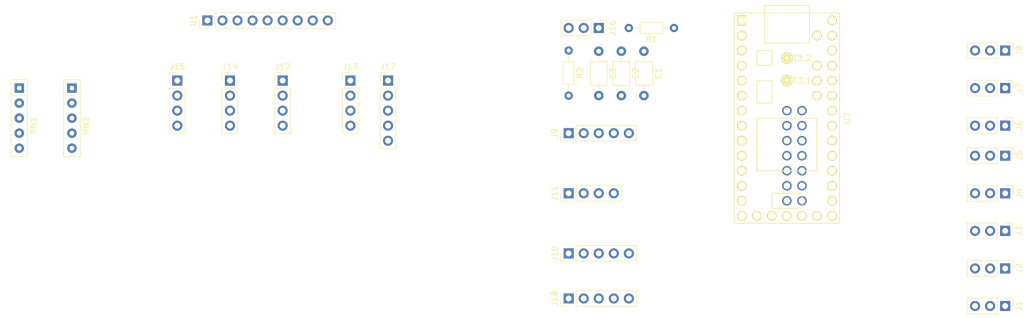
<source format=kicad_pcb>
(kicad_pcb (version 20171130) (host pcbnew "(5.0.0)")

  (general
    (thickness 1.6)
    (drawings 0)
    (tracks 0)
    (zones 0)
    (modules 27)
    (nets 71)
  )

  (page A4)
  (layers
    (0 F.Cu signal)
    (31 B.Cu signal)
    (32 B.Adhes user)
    (33 F.Adhes user)
    (34 B.Paste user)
    (35 F.Paste user)
    (36 B.SilkS user)
    (37 F.SilkS user)
    (38 B.Mask user)
    (39 F.Mask user)
    (40 Dwgs.User user)
    (41 Cmts.User user)
    (42 Eco1.User user)
    (43 Eco2.User user)
    (44 Edge.Cuts user)
    (45 Margin user)
    (46 B.CrtYd user)
    (47 F.CrtYd user)
    (48 B.Fab user)
    (49 F.Fab user)
  )

  (setup
    (last_trace_width 0.25)
    (trace_clearance 0.2)
    (zone_clearance 0.508)
    (zone_45_only no)
    (trace_min 0.2)
    (segment_width 0.2)
    (edge_width 0.15)
    (via_size 0.8)
    (via_drill 0.4)
    (via_min_size 0.4)
    (via_min_drill 0.3)
    (uvia_size 0.3)
    (uvia_drill 0.1)
    (uvias_allowed no)
    (uvia_min_size 0.2)
    (uvia_min_drill 0.1)
    (pcb_text_width 0.3)
    (pcb_text_size 1.5 1.5)
    (mod_edge_width 0.15)
    (mod_text_size 1 1)
    (mod_text_width 0.15)
    (pad_size 1.524 1.524)
    (pad_drill 0.762)
    (pad_to_mask_clearance 0.2)
    (aux_axis_origin 0 0)
    (visible_elements 7FFFFFFF)
    (pcbplotparams
      (layerselection 0x010fc_ffffffff)
      (usegerberextensions false)
      (usegerberattributes false)
      (usegerberadvancedattributes false)
      (creategerberjobfile false)
      (excludeedgelayer true)
      (linewidth 0.100000)
      (plotframeref false)
      (viasonmask false)
      (mode 1)
      (useauxorigin false)
      (hpglpennumber 1)
      (hpglpenspeed 20)
      (hpglpendiameter 15.000000)
      (psnegative false)
      (psa4output false)
      (plotreference true)
      (plotvalue true)
      (plotinvisibletext false)
      (padsonsilk false)
      (subtractmaskfromsilk false)
      (outputformat 1)
      (mirror false)
      (drillshape 1)
      (scaleselection 1)
      (outputdirectory ""))
  )

  (net 0 "")
  (net 1 A0)
  (net 2 GND)
  (net 3 3V3)
  (net 4 A1)
  (net 5 A2)
  (net 6 A3)
  (net 7 A8)
  (net 8 A9)
  (net 9 A6)
  (net 10 A7)
  (net 11 DT)
  (net 12 SW)
  (net 13 CLK)
  (net 14 INT)
  (net 15 SCL)
  (net 16 SDA)
  (net 17 LDR0)
  (net 18 LD0)
  (net 19 B0)
  (net 20 B1)
  (net 21 LD1)
  (net 22 LDR1)
  (net 23 LDR2)
  (net 24 LD2)
  (net 25 B2)
  (net 26 B3)
  (net 27 LD3)
  (net 28 LDR3)
  (net 29 B4)
  (net 30 "Net-(U1-Pad1)")
  (net 31 "Net-(U1-Pad2)")
  (net 32 "Net-(U1-Pad3)")
  (net 33 "Net-(U2-Pad17)")
  (net 34 "Net-(U2-Pad18)")
  (net 35 "Net-(U2-Pad19)")
  (net 36 "Net-(U2-Pad20)")
  (net 37 "Net-(U2-Pad16)")
  (net 38 "Net-(U2-Pad15)")
  (net 39 "Net-(U2-Pad14)")
  (net 40 "Net-(U2-Pad32)")
  (net 41 "Net-(U2-Pad33)")
  (net 42 "Net-(U2-Pad34)")
  (net 43 "Net-(U2-Pad35)")
  (net 44 "Net-(U2-Pad36)")
  (net 45 "Net-(U2-Pad37)")
  (net 46 "Net-(U2-Pad9)")
  (net 47 "Net-(U2-Pad8)")
  (net 48 TX)
  (net 49 "Net-(U2-Pad2)")
  (net 50 "Net-(U2-Pad38)")
  (net 51 "Net-(U2-Pad39)")
  (net 52 "Net-(U2-Pad40)")
  (net 53 "Net-(U2-Pad41)")
  (net 54 "Net-(U2-Pad42)")
  (net 55 "Net-(U2-Pad43)")
  (net 56 "Net-(U2-Pad44)")
  (net 57 "Net-(U2-Pad45)")
  (net 58 "Net-(U2-Pad46)")
  (net 59 "Net-(U2-Pad47)")
  (net 60 "Net-(U2-Pad48)")
  (net 61 "Net-(U2-Pad49)")
  (net 62 "Net-(U2-Pad50)")
  (net 63 "Net-(U2-Pad51)")
  (net 64 "Net-(U2-Pad52)")
  (net 65 "Net-(J16-Pad1)")
  (net 66 "Net-(J16-Pad3)")
  (net 67 SCK)
  (net 68 DIN)
  (net 69 DOUT)
  (net 70 CS)

  (net_class Default "This is the default net class."
    (clearance 0.2)
    (trace_width 0.25)
    (via_dia 0.8)
    (via_drill 0.4)
    (uvia_dia 0.3)
    (uvia_drill 0.1)
    (add_net 3V3)
    (add_net A0)
    (add_net A1)
    (add_net A2)
    (add_net A3)
    (add_net A6)
    (add_net A7)
    (add_net A8)
    (add_net A9)
    (add_net B0)
    (add_net B1)
    (add_net B2)
    (add_net B3)
    (add_net B4)
    (add_net CLK)
    (add_net CS)
    (add_net DIN)
    (add_net DOUT)
    (add_net DT)
    (add_net GND)
    (add_net INT)
    (add_net LD0)
    (add_net LD1)
    (add_net LD2)
    (add_net LD3)
    (add_net LDR0)
    (add_net LDR1)
    (add_net LDR2)
    (add_net LDR3)
    (add_net "Net-(J16-Pad1)")
    (add_net "Net-(J16-Pad3)")
    (add_net "Net-(U1-Pad1)")
    (add_net "Net-(U1-Pad2)")
    (add_net "Net-(U1-Pad3)")
    (add_net "Net-(U2-Pad14)")
    (add_net "Net-(U2-Pad15)")
    (add_net "Net-(U2-Pad16)")
    (add_net "Net-(U2-Pad17)")
    (add_net "Net-(U2-Pad18)")
    (add_net "Net-(U2-Pad19)")
    (add_net "Net-(U2-Pad2)")
    (add_net "Net-(U2-Pad20)")
    (add_net "Net-(U2-Pad32)")
    (add_net "Net-(U2-Pad33)")
    (add_net "Net-(U2-Pad34)")
    (add_net "Net-(U2-Pad35)")
    (add_net "Net-(U2-Pad36)")
    (add_net "Net-(U2-Pad37)")
    (add_net "Net-(U2-Pad38)")
    (add_net "Net-(U2-Pad39)")
    (add_net "Net-(U2-Pad40)")
    (add_net "Net-(U2-Pad41)")
    (add_net "Net-(U2-Pad42)")
    (add_net "Net-(U2-Pad43)")
    (add_net "Net-(U2-Pad44)")
    (add_net "Net-(U2-Pad45)")
    (add_net "Net-(U2-Pad46)")
    (add_net "Net-(U2-Pad47)")
    (add_net "Net-(U2-Pad48)")
    (add_net "Net-(U2-Pad49)")
    (add_net "Net-(U2-Pad50)")
    (add_net "Net-(U2-Pad51)")
    (add_net "Net-(U2-Pad52)")
    (add_net "Net-(U2-Pad8)")
    (add_net "Net-(U2-Pad9)")
    (add_net SCK)
    (add_net SCL)
    (add_net SDA)
    (add_net SW)
    (add_net TX)
  )

  (module Connector_PinHeader_2.54mm:PinHeader_1x03_P2.54mm_Vertical (layer F.Cu) (tedit 59FED5CC) (tstamp 5B8CD558)
    (at 271.78 127 270)
    (descr "Through hole straight pin header, 1x03, 2.54mm pitch, single row")
    (tags "Through hole pin header THT 1x03 2.54mm single row")
    (path /5B8B92A7)
    (fp_text reference J1 (at 0 -2.33 270) (layer F.SilkS)
      (effects (font (size 1 1) (thickness 0.15)))
    )
    (fp_text value POT1 (at 0 7.41 270) (layer F.Fab)
      (effects (font (size 1 1) (thickness 0.15)))
    )
    (fp_text user %R (at 0 2.54) (layer F.Fab)
      (effects (font (size 1 1) (thickness 0.15)))
    )
    (fp_line (start 1.8 -1.8) (end -1.8 -1.8) (layer F.CrtYd) (width 0.05))
    (fp_line (start 1.8 6.85) (end 1.8 -1.8) (layer F.CrtYd) (width 0.05))
    (fp_line (start -1.8 6.85) (end 1.8 6.85) (layer F.CrtYd) (width 0.05))
    (fp_line (start -1.8 -1.8) (end -1.8 6.85) (layer F.CrtYd) (width 0.05))
    (fp_line (start -1.33 -1.33) (end 0 -1.33) (layer F.SilkS) (width 0.12))
    (fp_line (start -1.33 0) (end -1.33 -1.33) (layer F.SilkS) (width 0.12))
    (fp_line (start -1.33 1.27) (end 1.33 1.27) (layer F.SilkS) (width 0.12))
    (fp_line (start 1.33 1.27) (end 1.33 6.41) (layer F.SilkS) (width 0.12))
    (fp_line (start -1.33 1.27) (end -1.33 6.41) (layer F.SilkS) (width 0.12))
    (fp_line (start -1.33 6.41) (end 1.33 6.41) (layer F.SilkS) (width 0.12))
    (fp_line (start -1.27 -0.635) (end -0.635 -1.27) (layer F.Fab) (width 0.1))
    (fp_line (start -1.27 6.35) (end -1.27 -0.635) (layer F.Fab) (width 0.1))
    (fp_line (start 1.27 6.35) (end -1.27 6.35) (layer F.Fab) (width 0.1))
    (fp_line (start 1.27 -1.27) (end 1.27 6.35) (layer F.Fab) (width 0.1))
    (fp_line (start -0.635 -1.27) (end 1.27 -1.27) (layer F.Fab) (width 0.1))
    (pad 3 thru_hole oval (at 0 5.08 270) (size 1.7 1.7) (drill 1) (layers *.Cu *.Mask)
      (net 1 A0))
    (pad 2 thru_hole oval (at 0 2.54 270) (size 1.7 1.7) (drill 1) (layers *.Cu *.Mask)
      (net 2 GND))
    (pad 1 thru_hole rect (at 0 0 270) (size 1.7 1.7) (drill 1) (layers *.Cu *.Mask)
      (net 3 3V3))
    (model ${KISYS3DMOD}/Connector_PinHeader_2.54mm.3dshapes/PinHeader_1x03_P2.54mm_Vertical.wrl
      (at (xyz 0 0 0))
      (scale (xyz 1 1 1))
      (rotate (xyz 0 0 0))
    )
  )

  (module Connector_PinHeader_2.54mm:PinHeader_1x03_P2.54mm_Vertical (layer F.Cu) (tedit 59FED5CC) (tstamp 5B8CD56F)
    (at 271.78 120.65 270)
    (descr "Through hole straight pin header, 1x03, 2.54mm pitch, single row")
    (tags "Through hole pin header THT 1x03 2.54mm single row")
    (path /5B8B95C8)
    (fp_text reference J2 (at 0 -2.33 270) (layer F.SilkS)
      (effects (font (size 1 1) (thickness 0.15)))
    )
    (fp_text value POT2 (at 0 7.41 270) (layer F.Fab)
      (effects (font (size 1 1) (thickness 0.15)))
    )
    (fp_line (start -0.635 -1.27) (end 1.27 -1.27) (layer F.Fab) (width 0.1))
    (fp_line (start 1.27 -1.27) (end 1.27 6.35) (layer F.Fab) (width 0.1))
    (fp_line (start 1.27 6.35) (end -1.27 6.35) (layer F.Fab) (width 0.1))
    (fp_line (start -1.27 6.35) (end -1.27 -0.635) (layer F.Fab) (width 0.1))
    (fp_line (start -1.27 -0.635) (end -0.635 -1.27) (layer F.Fab) (width 0.1))
    (fp_line (start -1.33 6.41) (end 1.33 6.41) (layer F.SilkS) (width 0.12))
    (fp_line (start -1.33 1.27) (end -1.33 6.41) (layer F.SilkS) (width 0.12))
    (fp_line (start 1.33 1.27) (end 1.33 6.41) (layer F.SilkS) (width 0.12))
    (fp_line (start -1.33 1.27) (end 1.33 1.27) (layer F.SilkS) (width 0.12))
    (fp_line (start -1.33 0) (end -1.33 -1.33) (layer F.SilkS) (width 0.12))
    (fp_line (start -1.33 -1.33) (end 0 -1.33) (layer F.SilkS) (width 0.12))
    (fp_line (start -1.8 -1.8) (end -1.8 6.85) (layer F.CrtYd) (width 0.05))
    (fp_line (start -1.8 6.85) (end 1.8 6.85) (layer F.CrtYd) (width 0.05))
    (fp_line (start 1.8 6.85) (end 1.8 -1.8) (layer F.CrtYd) (width 0.05))
    (fp_line (start 1.8 -1.8) (end -1.8 -1.8) (layer F.CrtYd) (width 0.05))
    (fp_text user %R (at 0 2.54) (layer F.Fab)
      (effects (font (size 1 1) (thickness 0.15)))
    )
    (pad 1 thru_hole rect (at 0 0 270) (size 1.7 1.7) (drill 1) (layers *.Cu *.Mask)
      (net 3 3V3))
    (pad 2 thru_hole oval (at 0 2.54 270) (size 1.7 1.7) (drill 1) (layers *.Cu *.Mask)
      (net 2 GND))
    (pad 3 thru_hole oval (at 0 5.08 270) (size 1.7 1.7) (drill 1) (layers *.Cu *.Mask)
      (net 4 A1))
    (model ${KISYS3DMOD}/Connector_PinHeader_2.54mm.3dshapes/PinHeader_1x03_P2.54mm_Vertical.wrl
      (at (xyz 0 0 0))
      (scale (xyz 1 1 1))
      (rotate (xyz 0 0 0))
    )
  )

  (module Connector_PinHeader_2.54mm:PinHeader_1x03_P2.54mm_Vertical (layer F.Cu) (tedit 59FED5CC) (tstamp 5B8CD586)
    (at 271.78 114.3 270)
    (descr "Through hole straight pin header, 1x03, 2.54mm pitch, single row")
    (tags "Through hole pin header THT 1x03 2.54mm single row")
    (path /5B8B96D5)
    (fp_text reference J3 (at 0 -2.33 270) (layer F.SilkS)
      (effects (font (size 1 1) (thickness 0.15)))
    )
    (fp_text value POT3 (at 0 7.41 270) (layer F.Fab)
      (effects (font (size 1 1) (thickness 0.15)))
    )
    (fp_line (start -0.635 -1.27) (end 1.27 -1.27) (layer F.Fab) (width 0.1))
    (fp_line (start 1.27 -1.27) (end 1.27 6.35) (layer F.Fab) (width 0.1))
    (fp_line (start 1.27 6.35) (end -1.27 6.35) (layer F.Fab) (width 0.1))
    (fp_line (start -1.27 6.35) (end -1.27 -0.635) (layer F.Fab) (width 0.1))
    (fp_line (start -1.27 -0.635) (end -0.635 -1.27) (layer F.Fab) (width 0.1))
    (fp_line (start -1.33 6.41) (end 1.33 6.41) (layer F.SilkS) (width 0.12))
    (fp_line (start -1.33 1.27) (end -1.33 6.41) (layer F.SilkS) (width 0.12))
    (fp_line (start 1.33 1.27) (end 1.33 6.41) (layer F.SilkS) (width 0.12))
    (fp_line (start -1.33 1.27) (end 1.33 1.27) (layer F.SilkS) (width 0.12))
    (fp_line (start -1.33 0) (end -1.33 -1.33) (layer F.SilkS) (width 0.12))
    (fp_line (start -1.33 -1.33) (end 0 -1.33) (layer F.SilkS) (width 0.12))
    (fp_line (start -1.8 -1.8) (end -1.8 6.85) (layer F.CrtYd) (width 0.05))
    (fp_line (start -1.8 6.85) (end 1.8 6.85) (layer F.CrtYd) (width 0.05))
    (fp_line (start 1.8 6.85) (end 1.8 -1.8) (layer F.CrtYd) (width 0.05))
    (fp_line (start 1.8 -1.8) (end -1.8 -1.8) (layer F.CrtYd) (width 0.05))
    (fp_text user %R (at 0 2.54) (layer F.Fab)
      (effects (font (size 1 1) (thickness 0.15)))
    )
    (pad 1 thru_hole rect (at 0 0 270) (size 1.7 1.7) (drill 1) (layers *.Cu *.Mask)
      (net 3 3V3))
    (pad 2 thru_hole oval (at 0 2.54 270) (size 1.7 1.7) (drill 1) (layers *.Cu *.Mask)
      (net 2 GND))
    (pad 3 thru_hole oval (at 0 5.08 270) (size 1.7 1.7) (drill 1) (layers *.Cu *.Mask)
      (net 5 A2))
    (model ${KISYS3DMOD}/Connector_PinHeader_2.54mm.3dshapes/PinHeader_1x03_P2.54mm_Vertical.wrl
      (at (xyz 0 0 0))
      (scale (xyz 1 1 1))
      (rotate (xyz 0 0 0))
    )
  )

  (module Connector_PinHeader_2.54mm:PinHeader_1x03_P2.54mm_Vertical (layer F.Cu) (tedit 59FED5CC) (tstamp 5B8CD59D)
    (at 271.78 107.95 270)
    (descr "Through hole straight pin header, 1x03, 2.54mm pitch, single row")
    (tags "Through hole pin header THT 1x03 2.54mm single row")
    (path /5B8B96DE)
    (fp_text reference J4 (at 0 -2.33 270) (layer F.SilkS)
      (effects (font (size 1 1) (thickness 0.15)))
    )
    (fp_text value POT4 (at 0 7.41 270) (layer F.Fab)
      (effects (font (size 1 1) (thickness 0.15)))
    )
    (fp_text user %R (at 0 2.54) (layer F.Fab)
      (effects (font (size 1 1) (thickness 0.15)))
    )
    (fp_line (start 1.8 -1.8) (end -1.8 -1.8) (layer F.CrtYd) (width 0.05))
    (fp_line (start 1.8 6.85) (end 1.8 -1.8) (layer F.CrtYd) (width 0.05))
    (fp_line (start -1.8 6.85) (end 1.8 6.85) (layer F.CrtYd) (width 0.05))
    (fp_line (start -1.8 -1.8) (end -1.8 6.85) (layer F.CrtYd) (width 0.05))
    (fp_line (start -1.33 -1.33) (end 0 -1.33) (layer F.SilkS) (width 0.12))
    (fp_line (start -1.33 0) (end -1.33 -1.33) (layer F.SilkS) (width 0.12))
    (fp_line (start -1.33 1.27) (end 1.33 1.27) (layer F.SilkS) (width 0.12))
    (fp_line (start 1.33 1.27) (end 1.33 6.41) (layer F.SilkS) (width 0.12))
    (fp_line (start -1.33 1.27) (end -1.33 6.41) (layer F.SilkS) (width 0.12))
    (fp_line (start -1.33 6.41) (end 1.33 6.41) (layer F.SilkS) (width 0.12))
    (fp_line (start -1.27 -0.635) (end -0.635 -1.27) (layer F.Fab) (width 0.1))
    (fp_line (start -1.27 6.35) (end -1.27 -0.635) (layer F.Fab) (width 0.1))
    (fp_line (start 1.27 6.35) (end -1.27 6.35) (layer F.Fab) (width 0.1))
    (fp_line (start 1.27 -1.27) (end 1.27 6.35) (layer F.Fab) (width 0.1))
    (fp_line (start -0.635 -1.27) (end 1.27 -1.27) (layer F.Fab) (width 0.1))
    (pad 3 thru_hole oval (at 0 5.08 270) (size 1.7 1.7) (drill 1) (layers *.Cu *.Mask)
      (net 6 A3))
    (pad 2 thru_hole oval (at 0 2.54 270) (size 1.7 1.7) (drill 1) (layers *.Cu *.Mask)
      (net 2 GND))
    (pad 1 thru_hole rect (at 0 0 270) (size 1.7 1.7) (drill 1) (layers *.Cu *.Mask)
      (net 3 3V3))
    (model ${KISYS3DMOD}/Connector_PinHeader_2.54mm.3dshapes/PinHeader_1x03_P2.54mm_Vertical.wrl
      (at (xyz 0 0 0))
      (scale (xyz 1 1 1))
      (rotate (xyz 0 0 0))
    )
  )

  (module Connector_PinHeader_2.54mm:PinHeader_1x03_P2.54mm_Vertical (layer F.Cu) (tedit 59FED5CC) (tstamp 5B8CD5B4)
    (at 271.78 101.6 270)
    (descr "Through hole straight pin header, 1x03, 2.54mm pitch, single row")
    (tags "Through hole pin header THT 1x03 2.54mm single row")
    (path /5B8B9635)
    (fp_text reference J5 (at 0 -2.33 270) (layer F.SilkS)
      (effects (font (size 1 1) (thickness 0.15)))
    )
    (fp_text value POT5 (at 0 7.41 270) (layer F.Fab)
      (effects (font (size 1 1) (thickness 0.15)))
    )
    (fp_line (start -0.635 -1.27) (end 1.27 -1.27) (layer F.Fab) (width 0.1))
    (fp_line (start 1.27 -1.27) (end 1.27 6.35) (layer F.Fab) (width 0.1))
    (fp_line (start 1.27 6.35) (end -1.27 6.35) (layer F.Fab) (width 0.1))
    (fp_line (start -1.27 6.35) (end -1.27 -0.635) (layer F.Fab) (width 0.1))
    (fp_line (start -1.27 -0.635) (end -0.635 -1.27) (layer F.Fab) (width 0.1))
    (fp_line (start -1.33 6.41) (end 1.33 6.41) (layer F.SilkS) (width 0.12))
    (fp_line (start -1.33 1.27) (end -1.33 6.41) (layer F.SilkS) (width 0.12))
    (fp_line (start 1.33 1.27) (end 1.33 6.41) (layer F.SilkS) (width 0.12))
    (fp_line (start -1.33 1.27) (end 1.33 1.27) (layer F.SilkS) (width 0.12))
    (fp_line (start -1.33 0) (end -1.33 -1.33) (layer F.SilkS) (width 0.12))
    (fp_line (start -1.33 -1.33) (end 0 -1.33) (layer F.SilkS) (width 0.12))
    (fp_line (start -1.8 -1.8) (end -1.8 6.85) (layer F.CrtYd) (width 0.05))
    (fp_line (start -1.8 6.85) (end 1.8 6.85) (layer F.CrtYd) (width 0.05))
    (fp_line (start 1.8 6.85) (end 1.8 -1.8) (layer F.CrtYd) (width 0.05))
    (fp_line (start 1.8 -1.8) (end -1.8 -1.8) (layer F.CrtYd) (width 0.05))
    (fp_text user %R (at 0 2.54) (layer F.Fab)
      (effects (font (size 1 1) (thickness 0.15)))
    )
    (pad 1 thru_hole rect (at 0 0 270) (size 1.7 1.7) (drill 1) (layers *.Cu *.Mask)
      (net 3 3V3))
    (pad 2 thru_hole oval (at 0 2.54 270) (size 1.7 1.7) (drill 1) (layers *.Cu *.Mask)
      (net 2 GND))
    (pad 3 thru_hole oval (at 0 5.08 270) (size 1.7 1.7) (drill 1) (layers *.Cu *.Mask)
      (net 9 A6))
    (model ${KISYS3DMOD}/Connector_PinHeader_2.54mm.3dshapes/PinHeader_1x03_P2.54mm_Vertical.wrl
      (at (xyz 0 0 0))
      (scale (xyz 1 1 1))
      (rotate (xyz 0 0 0))
    )
  )

  (module Connector_PinHeader_2.54mm:PinHeader_1x03_P2.54mm_Vertical (layer F.Cu) (tedit 59FED5CC) (tstamp 5B8CD5CB)
    (at 271.78 96.52 270)
    (descr "Through hole straight pin header, 1x03, 2.54mm pitch, single row")
    (tags "Through hole pin header THT 1x03 2.54mm single row")
    (path /5B8B963E)
    (fp_text reference J6 (at 0 -2.33 270) (layer F.SilkS)
      (effects (font (size 1 1) (thickness 0.15)))
    )
    (fp_text value POT6 (at 0 7.41 270) (layer F.Fab)
      (effects (font (size 1 1) (thickness 0.15)))
    )
    (fp_text user %R (at 0 2.54) (layer F.Fab)
      (effects (font (size 1 1) (thickness 0.15)))
    )
    (fp_line (start 1.8 -1.8) (end -1.8 -1.8) (layer F.CrtYd) (width 0.05))
    (fp_line (start 1.8 6.85) (end 1.8 -1.8) (layer F.CrtYd) (width 0.05))
    (fp_line (start -1.8 6.85) (end 1.8 6.85) (layer F.CrtYd) (width 0.05))
    (fp_line (start -1.8 -1.8) (end -1.8 6.85) (layer F.CrtYd) (width 0.05))
    (fp_line (start -1.33 -1.33) (end 0 -1.33) (layer F.SilkS) (width 0.12))
    (fp_line (start -1.33 0) (end -1.33 -1.33) (layer F.SilkS) (width 0.12))
    (fp_line (start -1.33 1.27) (end 1.33 1.27) (layer F.SilkS) (width 0.12))
    (fp_line (start 1.33 1.27) (end 1.33 6.41) (layer F.SilkS) (width 0.12))
    (fp_line (start -1.33 1.27) (end -1.33 6.41) (layer F.SilkS) (width 0.12))
    (fp_line (start -1.33 6.41) (end 1.33 6.41) (layer F.SilkS) (width 0.12))
    (fp_line (start -1.27 -0.635) (end -0.635 -1.27) (layer F.Fab) (width 0.1))
    (fp_line (start -1.27 6.35) (end -1.27 -0.635) (layer F.Fab) (width 0.1))
    (fp_line (start 1.27 6.35) (end -1.27 6.35) (layer F.Fab) (width 0.1))
    (fp_line (start 1.27 -1.27) (end 1.27 6.35) (layer F.Fab) (width 0.1))
    (fp_line (start -0.635 -1.27) (end 1.27 -1.27) (layer F.Fab) (width 0.1))
    (pad 3 thru_hole oval (at 0 5.08 270) (size 1.7 1.7) (drill 1) (layers *.Cu *.Mask)
      (net 10 A7))
    (pad 2 thru_hole oval (at 0 2.54 270) (size 1.7 1.7) (drill 1) (layers *.Cu *.Mask)
      (net 2 GND))
    (pad 1 thru_hole rect (at 0 0 270) (size 1.7 1.7) (drill 1) (layers *.Cu *.Mask)
      (net 3 3V3))
    (model ${KISYS3DMOD}/Connector_PinHeader_2.54mm.3dshapes/PinHeader_1x03_P2.54mm_Vertical.wrl
      (at (xyz 0 0 0))
      (scale (xyz 1 1 1))
      (rotate (xyz 0 0 0))
    )
  )

  (module Connector_PinHeader_2.54mm:PinHeader_1x03_P2.54mm_Vertical (layer F.Cu) (tedit 59FED5CC) (tstamp 5B8CD5E2)
    (at 271.78 90.17 270)
    (descr "Through hole straight pin header, 1x03, 2.54mm pitch, single row")
    (tags "Through hole pin header THT 1x03 2.54mm single row")
    (path /5B8CDC96)
    (fp_text reference J7 (at 0 -2.33 270) (layer F.SilkS)
      (effects (font (size 1 1) (thickness 0.15)))
    )
    (fp_text value POT7 (at 0 7.41 270) (layer F.Fab)
      (effects (font (size 1 1) (thickness 0.15)))
    )
    (fp_line (start -0.635 -1.27) (end 1.27 -1.27) (layer F.Fab) (width 0.1))
    (fp_line (start 1.27 -1.27) (end 1.27 6.35) (layer F.Fab) (width 0.1))
    (fp_line (start 1.27 6.35) (end -1.27 6.35) (layer F.Fab) (width 0.1))
    (fp_line (start -1.27 6.35) (end -1.27 -0.635) (layer F.Fab) (width 0.1))
    (fp_line (start -1.27 -0.635) (end -0.635 -1.27) (layer F.Fab) (width 0.1))
    (fp_line (start -1.33 6.41) (end 1.33 6.41) (layer F.SilkS) (width 0.12))
    (fp_line (start -1.33 1.27) (end -1.33 6.41) (layer F.SilkS) (width 0.12))
    (fp_line (start 1.33 1.27) (end 1.33 6.41) (layer F.SilkS) (width 0.12))
    (fp_line (start -1.33 1.27) (end 1.33 1.27) (layer F.SilkS) (width 0.12))
    (fp_line (start -1.33 0) (end -1.33 -1.33) (layer F.SilkS) (width 0.12))
    (fp_line (start -1.33 -1.33) (end 0 -1.33) (layer F.SilkS) (width 0.12))
    (fp_line (start -1.8 -1.8) (end -1.8 6.85) (layer F.CrtYd) (width 0.05))
    (fp_line (start -1.8 6.85) (end 1.8 6.85) (layer F.CrtYd) (width 0.05))
    (fp_line (start 1.8 6.85) (end 1.8 -1.8) (layer F.CrtYd) (width 0.05))
    (fp_line (start 1.8 -1.8) (end -1.8 -1.8) (layer F.CrtYd) (width 0.05))
    (fp_text user %R (at 0 2.54) (layer F.Fab)
      (effects (font (size 1 1) (thickness 0.15)))
    )
    (pad 1 thru_hole rect (at 0 0 270) (size 1.7 1.7) (drill 1) (layers *.Cu *.Mask)
      (net 3 3V3))
    (pad 2 thru_hole oval (at 0 2.54 270) (size 1.7 1.7) (drill 1) (layers *.Cu *.Mask)
      (net 2 GND))
    (pad 3 thru_hole oval (at 0 5.08 270) (size 1.7 1.7) (drill 1) (layers *.Cu *.Mask)
      (net 7 A8))
    (model ${KISYS3DMOD}/Connector_PinHeader_2.54mm.3dshapes/PinHeader_1x03_P2.54mm_Vertical.wrl
      (at (xyz 0 0 0))
      (scale (xyz 1 1 1))
      (rotate (xyz 0 0 0))
    )
  )

  (module Connector_PinHeader_2.54mm:PinHeader_1x03_P2.54mm_Vertical (layer F.Cu) (tedit 59FED5CC) (tstamp 5B8CD5F9)
    (at 271.78 83.82 270)
    (descr "Through hole straight pin header, 1x03, 2.54mm pitch, single row")
    (tags "Through hole pin header THT 1x03 2.54mm single row")
    (path /5B8B96E7)
    (fp_text reference J8 (at 0 -2.33 270) (layer F.SilkS)
      (effects (font (size 1 1) (thickness 0.15)))
    )
    (fp_text value POT8 (at 0 7.41 270) (layer F.Fab)
      (effects (font (size 1 1) (thickness 0.15)))
    )
    (fp_text user %R (at 0 2.54) (layer F.Fab)
      (effects (font (size 1 1) (thickness 0.15)))
    )
    (fp_line (start 1.8 -1.8) (end -1.8 -1.8) (layer F.CrtYd) (width 0.05))
    (fp_line (start 1.8 6.85) (end 1.8 -1.8) (layer F.CrtYd) (width 0.05))
    (fp_line (start -1.8 6.85) (end 1.8 6.85) (layer F.CrtYd) (width 0.05))
    (fp_line (start -1.8 -1.8) (end -1.8 6.85) (layer F.CrtYd) (width 0.05))
    (fp_line (start -1.33 -1.33) (end 0 -1.33) (layer F.SilkS) (width 0.12))
    (fp_line (start -1.33 0) (end -1.33 -1.33) (layer F.SilkS) (width 0.12))
    (fp_line (start -1.33 1.27) (end 1.33 1.27) (layer F.SilkS) (width 0.12))
    (fp_line (start 1.33 1.27) (end 1.33 6.41) (layer F.SilkS) (width 0.12))
    (fp_line (start -1.33 1.27) (end -1.33 6.41) (layer F.SilkS) (width 0.12))
    (fp_line (start -1.33 6.41) (end 1.33 6.41) (layer F.SilkS) (width 0.12))
    (fp_line (start -1.27 -0.635) (end -0.635 -1.27) (layer F.Fab) (width 0.1))
    (fp_line (start -1.27 6.35) (end -1.27 -0.635) (layer F.Fab) (width 0.1))
    (fp_line (start 1.27 6.35) (end -1.27 6.35) (layer F.Fab) (width 0.1))
    (fp_line (start 1.27 -1.27) (end 1.27 6.35) (layer F.Fab) (width 0.1))
    (fp_line (start -0.635 -1.27) (end 1.27 -1.27) (layer F.Fab) (width 0.1))
    (pad 3 thru_hole oval (at 0 5.08 270) (size 1.7 1.7) (drill 1) (layers *.Cu *.Mask)
      (net 8 A9))
    (pad 2 thru_hole oval (at 0 2.54 270) (size 1.7 1.7) (drill 1) (layers *.Cu *.Mask)
      (net 2 GND))
    (pad 1 thru_hole rect (at 0 0 270) (size 1.7 1.7) (drill 1) (layers *.Cu *.Mask)
      (net 3 3V3))
    (model ${KISYS3DMOD}/Connector_PinHeader_2.54mm.3dshapes/PinHeader_1x03_P2.54mm_Vertical.wrl
      (at (xyz 0 0 0))
      (scale (xyz 1 1 1))
      (rotate (xyz 0 0 0))
    )
  )

  (module Connector_PinHeader_2.54mm:PinHeader_1x05_P2.54mm_Vertical (layer F.Cu) (tedit 59FED5CC) (tstamp 5B8CD612)
    (at 198.12 97.79 90)
    (descr "Through hole straight pin header, 1x05, 2.54mm pitch, single row")
    (tags "Through hole pin header THT 1x05 2.54mm single row")
    (path /5B8B9AEA)
    (fp_text reference J9 (at 0 -2.33 90) (layer F.SilkS)
      (effects (font (size 1 1) (thickness 0.15)))
    )
    (fp_text value ENC (at 0 12.49 90) (layer F.Fab)
      (effects (font (size 1 1) (thickness 0.15)))
    )
    (fp_line (start -0.635 -1.27) (end 1.27 -1.27) (layer F.Fab) (width 0.1))
    (fp_line (start 1.27 -1.27) (end 1.27 11.43) (layer F.Fab) (width 0.1))
    (fp_line (start 1.27 11.43) (end -1.27 11.43) (layer F.Fab) (width 0.1))
    (fp_line (start -1.27 11.43) (end -1.27 -0.635) (layer F.Fab) (width 0.1))
    (fp_line (start -1.27 -0.635) (end -0.635 -1.27) (layer F.Fab) (width 0.1))
    (fp_line (start -1.33 11.49) (end 1.33 11.49) (layer F.SilkS) (width 0.12))
    (fp_line (start -1.33 1.27) (end -1.33 11.49) (layer F.SilkS) (width 0.12))
    (fp_line (start 1.33 1.27) (end 1.33 11.49) (layer F.SilkS) (width 0.12))
    (fp_line (start -1.33 1.27) (end 1.33 1.27) (layer F.SilkS) (width 0.12))
    (fp_line (start -1.33 0) (end -1.33 -1.33) (layer F.SilkS) (width 0.12))
    (fp_line (start -1.33 -1.33) (end 0 -1.33) (layer F.SilkS) (width 0.12))
    (fp_line (start -1.8 -1.8) (end -1.8 11.95) (layer F.CrtYd) (width 0.05))
    (fp_line (start -1.8 11.95) (end 1.8 11.95) (layer F.CrtYd) (width 0.05))
    (fp_line (start 1.8 11.95) (end 1.8 -1.8) (layer F.CrtYd) (width 0.05))
    (fp_line (start 1.8 -1.8) (end -1.8 -1.8) (layer F.CrtYd) (width 0.05))
    (fp_text user %R (at 0 5.08 180) (layer F.Fab)
      (effects (font (size 1 1) (thickness 0.15)))
    )
    (pad 1 thru_hole rect (at 0 0 90) (size 1.7 1.7) (drill 1) (layers *.Cu *.Mask)
      (net 3 3V3))
    (pad 2 thru_hole oval (at 0 2.54 90) (size 1.7 1.7) (drill 1) (layers *.Cu *.Mask)
      (net 2 GND))
    (pad 3 thru_hole oval (at 0 5.08 90) (size 1.7 1.7) (drill 1) (layers *.Cu *.Mask)
      (net 11 DT))
    (pad 4 thru_hole oval (at 0 7.62 90) (size 1.7 1.7) (drill 1) (layers *.Cu *.Mask)
      (net 12 SW))
    (pad 5 thru_hole oval (at 0 10.16 90) (size 1.7 1.7) (drill 1) (layers *.Cu *.Mask)
      (net 13 CLK))
    (model ${KISYS3DMOD}/Connector_PinHeader_2.54mm.3dshapes/PinHeader_1x05_P2.54mm_Vertical.wrl
      (at (xyz 0 0 0))
      (scale (xyz 1 1 1))
      (rotate (xyz 0 0 0))
    )
  )

  (module Connector_PinHeader_2.54mm:PinHeader_1x05_P2.54mm_Vertical (layer F.Cu) (tedit 59FED5CC) (tstamp 5B8CD62B)
    (at 198.12 118.11 90)
    (descr "Through hole straight pin header, 1x05, 2.54mm pitch, single row")
    (tags "Through hole pin header THT 1x05 2.54mm single row")
    (path /5B8BA0BE)
    (fp_text reference J10 (at 0 -2.33 90) (layer F.SilkS)
      (effects (font (size 1 1) (thickness 0.15)))
    )
    (fp_text value I2CBTN1 (at 0 12.49 90) (layer F.Fab)
      (effects (font (size 1 1) (thickness 0.15)))
    )
    (fp_text user %R (at 0 5.08 180) (layer F.Fab)
      (effects (font (size 1 1) (thickness 0.15)))
    )
    (fp_line (start 1.8 -1.8) (end -1.8 -1.8) (layer F.CrtYd) (width 0.05))
    (fp_line (start 1.8 11.95) (end 1.8 -1.8) (layer F.CrtYd) (width 0.05))
    (fp_line (start -1.8 11.95) (end 1.8 11.95) (layer F.CrtYd) (width 0.05))
    (fp_line (start -1.8 -1.8) (end -1.8 11.95) (layer F.CrtYd) (width 0.05))
    (fp_line (start -1.33 -1.33) (end 0 -1.33) (layer F.SilkS) (width 0.12))
    (fp_line (start -1.33 0) (end -1.33 -1.33) (layer F.SilkS) (width 0.12))
    (fp_line (start -1.33 1.27) (end 1.33 1.27) (layer F.SilkS) (width 0.12))
    (fp_line (start 1.33 1.27) (end 1.33 11.49) (layer F.SilkS) (width 0.12))
    (fp_line (start -1.33 1.27) (end -1.33 11.49) (layer F.SilkS) (width 0.12))
    (fp_line (start -1.33 11.49) (end 1.33 11.49) (layer F.SilkS) (width 0.12))
    (fp_line (start -1.27 -0.635) (end -0.635 -1.27) (layer F.Fab) (width 0.1))
    (fp_line (start -1.27 11.43) (end -1.27 -0.635) (layer F.Fab) (width 0.1))
    (fp_line (start 1.27 11.43) (end -1.27 11.43) (layer F.Fab) (width 0.1))
    (fp_line (start 1.27 -1.27) (end 1.27 11.43) (layer F.Fab) (width 0.1))
    (fp_line (start -0.635 -1.27) (end 1.27 -1.27) (layer F.Fab) (width 0.1))
    (pad 5 thru_hole oval (at 0 10.16 90) (size 1.7 1.7) (drill 1) (layers *.Cu *.Mask)
      (net 14 INT))
    (pad 4 thru_hole oval (at 0 7.62 90) (size 1.7 1.7) (drill 1) (layers *.Cu *.Mask)
      (net 15 SCL))
    (pad 3 thru_hole oval (at 0 5.08 90) (size 1.7 1.7) (drill 1) (layers *.Cu *.Mask)
      (net 16 SDA))
    (pad 2 thru_hole oval (at 0 2.54 90) (size 1.7 1.7) (drill 1) (layers *.Cu *.Mask)
      (net 2 GND))
    (pad 1 thru_hole rect (at 0 0 90) (size 1.7 1.7) (drill 1) (layers *.Cu *.Mask)
      (net 3 3V3))
    (model ${KISYS3DMOD}/Connector_PinHeader_2.54mm.3dshapes/PinHeader_1x05_P2.54mm_Vertical.wrl
      (at (xyz 0 0 0))
      (scale (xyz 1 1 1))
      (rotate (xyz 0 0 0))
    )
  )

  (module Connector_PinHeader_2.54mm:PinHeader_1x04_P2.54mm_Vertical (layer F.Cu) (tedit 59FED5CC) (tstamp 5B8CD643)
    (at 198.12 107.95 90)
    (descr "Through hole straight pin header, 1x04, 2.54mm pitch, single row")
    (tags "Through hole pin header THT 1x04 2.54mm single row")
    (path /5B8BA3FF)
    (fp_text reference J11 (at 0 -2.33 90) (layer F.SilkS)
      (effects (font (size 1 1) (thickness 0.15)))
    )
    (fp_text value I2CDSPLY (at 0 9.95 90) (layer F.Fab)
      (effects (font (size 1 1) (thickness 0.15)))
    )
    (fp_line (start -0.635 -1.27) (end 1.27 -1.27) (layer F.Fab) (width 0.1))
    (fp_line (start 1.27 -1.27) (end 1.27 8.89) (layer F.Fab) (width 0.1))
    (fp_line (start 1.27 8.89) (end -1.27 8.89) (layer F.Fab) (width 0.1))
    (fp_line (start -1.27 8.89) (end -1.27 -0.635) (layer F.Fab) (width 0.1))
    (fp_line (start -1.27 -0.635) (end -0.635 -1.27) (layer F.Fab) (width 0.1))
    (fp_line (start -1.33 8.95) (end 1.33 8.95) (layer F.SilkS) (width 0.12))
    (fp_line (start -1.33 1.27) (end -1.33 8.95) (layer F.SilkS) (width 0.12))
    (fp_line (start 1.33 1.27) (end 1.33 8.95) (layer F.SilkS) (width 0.12))
    (fp_line (start -1.33 1.27) (end 1.33 1.27) (layer F.SilkS) (width 0.12))
    (fp_line (start -1.33 0) (end -1.33 -1.33) (layer F.SilkS) (width 0.12))
    (fp_line (start -1.33 -1.33) (end 0 -1.33) (layer F.SilkS) (width 0.12))
    (fp_line (start -1.8 -1.8) (end -1.8 9.4) (layer F.CrtYd) (width 0.05))
    (fp_line (start -1.8 9.4) (end 1.8 9.4) (layer F.CrtYd) (width 0.05))
    (fp_line (start 1.8 9.4) (end 1.8 -1.8) (layer F.CrtYd) (width 0.05))
    (fp_line (start 1.8 -1.8) (end -1.8 -1.8) (layer F.CrtYd) (width 0.05))
    (fp_text user %R (at 0 3.81 180) (layer F.Fab)
      (effects (font (size 1 1) (thickness 0.15)))
    )
    (pad 1 thru_hole rect (at 0 0 90) (size 1.7 1.7) (drill 1) (layers *.Cu *.Mask)
      (net 3 3V3))
    (pad 2 thru_hole oval (at 0 2.54 90) (size 1.7 1.7) (drill 1) (layers *.Cu *.Mask)
      (net 2 GND))
    (pad 3 thru_hole oval (at 0 5.08 90) (size 1.7 1.7) (drill 1) (layers *.Cu *.Mask)
      (net 16 SDA))
    (pad 4 thru_hole oval (at 0 7.62 90) (size 1.7 1.7) (drill 1) (layers *.Cu *.Mask)
      (net 15 SCL))
    (model ${KISYS3DMOD}/Connector_PinHeader_2.54mm.3dshapes/PinHeader_1x04_P2.54mm_Vertical.wrl
      (at (xyz 0 0 0))
      (scale (xyz 1 1 1))
      (rotate (xyz 0 0 0))
    )
  )

  (module Connector_PinHeader_2.54mm:PinHeader_1x04_P2.54mm_Vertical (layer F.Cu) (tedit 59FED5CC) (tstamp 5B8CD65B)
    (at 149.86 88.9)
    (descr "Through hole straight pin header, 1x04, 2.54mm pitch, single row")
    (tags "Through hole pin header THT 1x04 2.54mm single row")
    (path /5B8BC5CE)
    (fp_text reference J12 (at 0 -2.33) (layer F.SilkS)
      (effects (font (size 1 1) (thickness 0.15)))
    )
    (fp_text value BTN1 (at 0 9.95) (layer F.Fab)
      (effects (font (size 1 1) (thickness 0.15)))
    )
    (fp_text user %R (at 0 3.81 90) (layer F.Fab)
      (effects (font (size 1 1) (thickness 0.15)))
    )
    (fp_line (start 1.8 -1.8) (end -1.8 -1.8) (layer F.CrtYd) (width 0.05))
    (fp_line (start 1.8 9.4) (end 1.8 -1.8) (layer F.CrtYd) (width 0.05))
    (fp_line (start -1.8 9.4) (end 1.8 9.4) (layer F.CrtYd) (width 0.05))
    (fp_line (start -1.8 -1.8) (end -1.8 9.4) (layer F.CrtYd) (width 0.05))
    (fp_line (start -1.33 -1.33) (end 0 -1.33) (layer F.SilkS) (width 0.12))
    (fp_line (start -1.33 0) (end -1.33 -1.33) (layer F.SilkS) (width 0.12))
    (fp_line (start -1.33 1.27) (end 1.33 1.27) (layer F.SilkS) (width 0.12))
    (fp_line (start 1.33 1.27) (end 1.33 8.95) (layer F.SilkS) (width 0.12))
    (fp_line (start -1.33 1.27) (end -1.33 8.95) (layer F.SilkS) (width 0.12))
    (fp_line (start -1.33 8.95) (end 1.33 8.95) (layer F.SilkS) (width 0.12))
    (fp_line (start -1.27 -0.635) (end -0.635 -1.27) (layer F.Fab) (width 0.1))
    (fp_line (start -1.27 8.89) (end -1.27 -0.635) (layer F.Fab) (width 0.1))
    (fp_line (start 1.27 8.89) (end -1.27 8.89) (layer F.Fab) (width 0.1))
    (fp_line (start 1.27 -1.27) (end 1.27 8.89) (layer F.Fab) (width 0.1))
    (fp_line (start -0.635 -1.27) (end 1.27 -1.27) (layer F.Fab) (width 0.1))
    (pad 4 thru_hole oval (at 0 7.62) (size 1.7 1.7) (drill 1) (layers *.Cu *.Mask)
      (net 17 LDR0))
    (pad 3 thru_hole oval (at 0 5.08) (size 1.7 1.7) (drill 1) (layers *.Cu *.Mask)
      (net 18 LD0))
    (pad 2 thru_hole oval (at 0 2.54) (size 1.7 1.7) (drill 1) (layers *.Cu *.Mask)
      (net 2 GND))
    (pad 1 thru_hole rect (at 0 0) (size 1.7 1.7) (drill 1) (layers *.Cu *.Mask)
      (net 19 B0))
    (model ${KISYS3DMOD}/Connector_PinHeader_2.54mm.3dshapes/PinHeader_1x04_P2.54mm_Vertical.wrl
      (at (xyz 0 0 0))
      (scale (xyz 1 1 1))
      (rotate (xyz 0 0 0))
    )
  )

  (module Connector_PinHeader_2.54mm:PinHeader_1x04_P2.54mm_Vertical (layer F.Cu) (tedit 59FED5CC) (tstamp 5B8CD673)
    (at 161.29 88.9)
    (descr "Through hole straight pin header, 1x04, 2.54mm pitch, single row")
    (tags "Through hole pin header THT 1x04 2.54mm single row")
    (path /5B8BC457)
    (fp_text reference J13 (at 0 -2.33) (layer F.SilkS)
      (effects (font (size 1 1) (thickness 0.15)))
    )
    (fp_text value BTN2 (at 0 9.95) (layer F.Fab)
      (effects (font (size 1 1) (thickness 0.15)))
    )
    (fp_line (start -0.635 -1.27) (end 1.27 -1.27) (layer F.Fab) (width 0.1))
    (fp_line (start 1.27 -1.27) (end 1.27 8.89) (layer F.Fab) (width 0.1))
    (fp_line (start 1.27 8.89) (end -1.27 8.89) (layer F.Fab) (width 0.1))
    (fp_line (start -1.27 8.89) (end -1.27 -0.635) (layer F.Fab) (width 0.1))
    (fp_line (start -1.27 -0.635) (end -0.635 -1.27) (layer F.Fab) (width 0.1))
    (fp_line (start -1.33 8.95) (end 1.33 8.95) (layer F.SilkS) (width 0.12))
    (fp_line (start -1.33 1.27) (end -1.33 8.95) (layer F.SilkS) (width 0.12))
    (fp_line (start 1.33 1.27) (end 1.33 8.95) (layer F.SilkS) (width 0.12))
    (fp_line (start -1.33 1.27) (end 1.33 1.27) (layer F.SilkS) (width 0.12))
    (fp_line (start -1.33 0) (end -1.33 -1.33) (layer F.SilkS) (width 0.12))
    (fp_line (start -1.33 -1.33) (end 0 -1.33) (layer F.SilkS) (width 0.12))
    (fp_line (start -1.8 -1.8) (end -1.8 9.4) (layer F.CrtYd) (width 0.05))
    (fp_line (start -1.8 9.4) (end 1.8 9.4) (layer F.CrtYd) (width 0.05))
    (fp_line (start 1.8 9.4) (end 1.8 -1.8) (layer F.CrtYd) (width 0.05))
    (fp_line (start 1.8 -1.8) (end -1.8 -1.8) (layer F.CrtYd) (width 0.05))
    (fp_text user %R (at 0 3.81 90) (layer F.Fab)
      (effects (font (size 1 1) (thickness 0.15)))
    )
    (pad 1 thru_hole rect (at 0 0) (size 1.7 1.7) (drill 1) (layers *.Cu *.Mask)
      (net 20 B1))
    (pad 2 thru_hole oval (at 0 2.54) (size 1.7 1.7) (drill 1) (layers *.Cu *.Mask)
      (net 2 GND))
    (pad 3 thru_hole oval (at 0 5.08) (size 1.7 1.7) (drill 1) (layers *.Cu *.Mask)
      (net 21 LD1))
    (pad 4 thru_hole oval (at 0 7.62) (size 1.7 1.7) (drill 1) (layers *.Cu *.Mask)
      (net 22 LDR1))
    (model ${KISYS3DMOD}/Connector_PinHeader_2.54mm.3dshapes/PinHeader_1x04_P2.54mm_Vertical.wrl
      (at (xyz 0 0 0))
      (scale (xyz 1 1 1))
      (rotate (xyz 0 0 0))
    )
  )

  (module Connector_PinHeader_2.54mm:PinHeader_1x04_P2.54mm_Vertical (layer F.Cu) (tedit 59FED5CC) (tstamp 5B8CD68B)
    (at 140.97 88.9)
    (descr "Through hole straight pin header, 1x04, 2.54mm pitch, single row")
    (tags "Through hole pin header THT 1x04 2.54mm single row")
    (path /5B8BBAE9)
    (fp_text reference J14 (at 0 -2.33) (layer F.SilkS)
      (effects (font (size 1 1) (thickness 0.15)))
    )
    (fp_text value BTN3 (at 0 9.95) (layer F.Fab)
      (effects (font (size 1 1) (thickness 0.15)))
    )
    (fp_text user %R (at 0 3.81 90) (layer F.Fab)
      (effects (font (size 1 1) (thickness 0.15)))
    )
    (fp_line (start 1.8 -1.8) (end -1.8 -1.8) (layer F.CrtYd) (width 0.05))
    (fp_line (start 1.8 9.4) (end 1.8 -1.8) (layer F.CrtYd) (width 0.05))
    (fp_line (start -1.8 9.4) (end 1.8 9.4) (layer F.CrtYd) (width 0.05))
    (fp_line (start -1.8 -1.8) (end -1.8 9.4) (layer F.CrtYd) (width 0.05))
    (fp_line (start -1.33 -1.33) (end 0 -1.33) (layer F.SilkS) (width 0.12))
    (fp_line (start -1.33 0) (end -1.33 -1.33) (layer F.SilkS) (width 0.12))
    (fp_line (start -1.33 1.27) (end 1.33 1.27) (layer F.SilkS) (width 0.12))
    (fp_line (start 1.33 1.27) (end 1.33 8.95) (layer F.SilkS) (width 0.12))
    (fp_line (start -1.33 1.27) (end -1.33 8.95) (layer F.SilkS) (width 0.12))
    (fp_line (start -1.33 8.95) (end 1.33 8.95) (layer F.SilkS) (width 0.12))
    (fp_line (start -1.27 -0.635) (end -0.635 -1.27) (layer F.Fab) (width 0.1))
    (fp_line (start -1.27 8.89) (end -1.27 -0.635) (layer F.Fab) (width 0.1))
    (fp_line (start 1.27 8.89) (end -1.27 8.89) (layer F.Fab) (width 0.1))
    (fp_line (start 1.27 -1.27) (end 1.27 8.89) (layer F.Fab) (width 0.1))
    (fp_line (start -0.635 -1.27) (end 1.27 -1.27) (layer F.Fab) (width 0.1))
    (pad 4 thru_hole oval (at 0 7.62) (size 1.7 1.7) (drill 1) (layers *.Cu *.Mask)
      (net 23 LDR2))
    (pad 3 thru_hole oval (at 0 5.08) (size 1.7 1.7) (drill 1) (layers *.Cu *.Mask)
      (net 24 LD2))
    (pad 2 thru_hole oval (at 0 2.54) (size 1.7 1.7) (drill 1) (layers *.Cu *.Mask)
      (net 2 GND))
    (pad 1 thru_hole rect (at 0 0) (size 1.7 1.7) (drill 1) (layers *.Cu *.Mask)
      (net 25 B2))
    (model ${KISYS3DMOD}/Connector_PinHeader_2.54mm.3dshapes/PinHeader_1x04_P2.54mm_Vertical.wrl
      (at (xyz 0 0 0))
      (scale (xyz 1 1 1))
      (rotate (xyz 0 0 0))
    )
  )

  (module Connector_PinHeader_2.54mm:PinHeader_1x04_P2.54mm_Vertical (layer F.Cu) (tedit 59FED5CC) (tstamp 5B8CD6A3)
    (at 132.08 88.9)
    (descr "Through hole straight pin header, 1x04, 2.54mm pitch, single row")
    (tags "Through hole pin header THT 1x04 2.54mm single row")
    (path /5B8BC5D8)
    (fp_text reference J15 (at 0 -2.33) (layer F.SilkS)
      (effects (font (size 1 1) (thickness 0.15)))
    )
    (fp_text value BTN4 (at 0 9.95) (layer F.Fab)
      (effects (font (size 1 1) (thickness 0.15)))
    )
    (fp_line (start -0.635 -1.27) (end 1.27 -1.27) (layer F.Fab) (width 0.1))
    (fp_line (start 1.27 -1.27) (end 1.27 8.89) (layer F.Fab) (width 0.1))
    (fp_line (start 1.27 8.89) (end -1.27 8.89) (layer F.Fab) (width 0.1))
    (fp_line (start -1.27 8.89) (end -1.27 -0.635) (layer F.Fab) (width 0.1))
    (fp_line (start -1.27 -0.635) (end -0.635 -1.27) (layer F.Fab) (width 0.1))
    (fp_line (start -1.33 8.95) (end 1.33 8.95) (layer F.SilkS) (width 0.12))
    (fp_line (start -1.33 1.27) (end -1.33 8.95) (layer F.SilkS) (width 0.12))
    (fp_line (start 1.33 1.27) (end 1.33 8.95) (layer F.SilkS) (width 0.12))
    (fp_line (start -1.33 1.27) (end 1.33 1.27) (layer F.SilkS) (width 0.12))
    (fp_line (start -1.33 0) (end -1.33 -1.33) (layer F.SilkS) (width 0.12))
    (fp_line (start -1.33 -1.33) (end 0 -1.33) (layer F.SilkS) (width 0.12))
    (fp_line (start -1.8 -1.8) (end -1.8 9.4) (layer F.CrtYd) (width 0.05))
    (fp_line (start -1.8 9.4) (end 1.8 9.4) (layer F.CrtYd) (width 0.05))
    (fp_line (start 1.8 9.4) (end 1.8 -1.8) (layer F.CrtYd) (width 0.05))
    (fp_line (start 1.8 -1.8) (end -1.8 -1.8) (layer F.CrtYd) (width 0.05))
    (fp_text user %R (at 0 3.81 90) (layer F.Fab)
      (effects (font (size 1 1) (thickness 0.15)))
    )
    (pad 1 thru_hole rect (at 0 0) (size 1.7 1.7) (drill 1) (layers *.Cu *.Mask)
      (net 26 B3))
    (pad 2 thru_hole oval (at 0 2.54) (size 1.7 1.7) (drill 1) (layers *.Cu *.Mask)
      (net 2 GND))
    (pad 3 thru_hole oval (at 0 5.08) (size 1.7 1.7) (drill 1) (layers *.Cu *.Mask)
      (net 27 LD3))
    (pad 4 thru_hole oval (at 0 7.62) (size 1.7 1.7) (drill 1) (layers *.Cu *.Mask)
      (net 28 LDR3))
    (model ${KISYS3DMOD}/Connector_PinHeader_2.54mm.3dshapes/PinHeader_1x04_P2.54mm_Vertical.wrl
      (at (xyz 0 0 0))
      (scale (xyz 1 1 1))
      (rotate (xyz 0 0 0))
    )
  )

  (module Resistor_THT:R_Array_SIP5 (layer F.Cu) (tedit 5A14249F) (tstamp 5B8CD6BB)
    (at 105.41 90.17 270)
    (descr "5-pin Resistor SIP pack")
    (tags R)
    (path /5B8BBFB7)
    (fp_text reference RN1 (at 6.35 -2.4 270) (layer F.SilkS)
      (effects (font (size 1 1) (thickness 0.15)))
    )
    (fp_text value 470 (at 6.35 2.4 270) (layer F.Fab)
      (effects (font (size 1 1) (thickness 0.15)))
    )
    (fp_text user %R (at 5.08 0 270) (layer F.Fab)
      (effects (font (size 1 1) (thickness 0.15)))
    )
    (fp_line (start -1.29 -1.25) (end -1.29 1.25) (layer F.Fab) (width 0.1))
    (fp_line (start -1.29 1.25) (end 11.45 1.25) (layer F.Fab) (width 0.1))
    (fp_line (start 11.45 1.25) (end 11.45 -1.25) (layer F.Fab) (width 0.1))
    (fp_line (start 11.45 -1.25) (end -1.29 -1.25) (layer F.Fab) (width 0.1))
    (fp_line (start 1.27 -1.25) (end 1.27 1.25) (layer F.Fab) (width 0.1))
    (fp_line (start -1.44 -1.4) (end -1.44 1.4) (layer F.SilkS) (width 0.12))
    (fp_line (start -1.44 1.4) (end 11.6 1.4) (layer F.SilkS) (width 0.12))
    (fp_line (start 11.6 1.4) (end 11.6 -1.4) (layer F.SilkS) (width 0.12))
    (fp_line (start 11.6 -1.4) (end -1.44 -1.4) (layer F.SilkS) (width 0.12))
    (fp_line (start 1.27 -1.4) (end 1.27 1.4) (layer F.SilkS) (width 0.12))
    (fp_line (start -1.7 -1.65) (end -1.7 1.65) (layer F.CrtYd) (width 0.05))
    (fp_line (start -1.7 1.65) (end 11.9 1.65) (layer F.CrtYd) (width 0.05))
    (fp_line (start 11.9 1.65) (end 11.9 -1.65) (layer F.CrtYd) (width 0.05))
    (fp_line (start 11.9 -1.65) (end -1.7 -1.65) (layer F.CrtYd) (width 0.05))
    (pad 1 thru_hole rect (at 0 0 270) (size 1.6 1.6) (drill 0.8) (layers *.Cu *.Mask)
      (net 3 3V3))
    (pad 2 thru_hole oval (at 2.54 0 270) (size 1.6 1.6) (drill 0.8) (layers *.Cu *.Mask)
      (net 17 LDR0))
    (pad 3 thru_hole oval (at 5.08 0 270) (size 1.6 1.6) (drill 0.8) (layers *.Cu *.Mask)
      (net 22 LDR1))
    (pad 4 thru_hole oval (at 7.62 0 270) (size 1.6 1.6) (drill 0.8) (layers *.Cu *.Mask)
      (net 23 LDR2))
    (pad 5 thru_hole oval (at 10.16 0 270) (size 1.6 1.6) (drill 0.8) (layers *.Cu *.Mask)
      (net 28 LDR3))
    (model ${KISYS3DMOD}/Resistor_THT.3dshapes/R_Array_SIP5.wrl
      (at (xyz 0 0 0))
      (scale (xyz 1 1 1))
      (rotate (xyz 0 0 0))
    )
  )

  (module Resistor_THT:R_Array_SIP5 (layer F.Cu) (tedit 5A14249F) (tstamp 5B8CD6D3)
    (at 114.3 90.17 270)
    (descr "5-pin Resistor SIP pack")
    (tags R)
    (path /5B8BBCBC)
    (fp_text reference RN2 (at 6.35 -2.4 270) (layer F.SilkS)
      (effects (font (size 1 1) (thickness 0.15)))
    )
    (fp_text value 10K (at 6.35 2.4 270) (layer F.Fab)
      (effects (font (size 1 1) (thickness 0.15)))
    )
    (fp_line (start 11.9 -1.65) (end -1.7 -1.65) (layer F.CrtYd) (width 0.05))
    (fp_line (start 11.9 1.65) (end 11.9 -1.65) (layer F.CrtYd) (width 0.05))
    (fp_line (start -1.7 1.65) (end 11.9 1.65) (layer F.CrtYd) (width 0.05))
    (fp_line (start -1.7 -1.65) (end -1.7 1.65) (layer F.CrtYd) (width 0.05))
    (fp_line (start 1.27 -1.4) (end 1.27 1.4) (layer F.SilkS) (width 0.12))
    (fp_line (start 11.6 -1.4) (end -1.44 -1.4) (layer F.SilkS) (width 0.12))
    (fp_line (start 11.6 1.4) (end 11.6 -1.4) (layer F.SilkS) (width 0.12))
    (fp_line (start -1.44 1.4) (end 11.6 1.4) (layer F.SilkS) (width 0.12))
    (fp_line (start -1.44 -1.4) (end -1.44 1.4) (layer F.SilkS) (width 0.12))
    (fp_line (start 1.27 -1.25) (end 1.27 1.25) (layer F.Fab) (width 0.1))
    (fp_line (start 11.45 -1.25) (end -1.29 -1.25) (layer F.Fab) (width 0.1))
    (fp_line (start 11.45 1.25) (end 11.45 -1.25) (layer F.Fab) (width 0.1))
    (fp_line (start -1.29 1.25) (end 11.45 1.25) (layer F.Fab) (width 0.1))
    (fp_line (start -1.29 -1.25) (end -1.29 1.25) (layer F.Fab) (width 0.1))
    (fp_text user %R (at 5.08 0 270) (layer F.Fab)
      (effects (font (size 1 1) (thickness 0.15)))
    )
    (pad 5 thru_hole oval (at 10.16 0 270) (size 1.6 1.6) (drill 0.8) (layers *.Cu *.Mask)
      (net 29 B4))
    (pad 4 thru_hole oval (at 7.62 0 270) (size 1.6 1.6) (drill 0.8) (layers *.Cu *.Mask)
      (net 25 B2))
    (pad 3 thru_hole oval (at 5.08 0 270) (size 1.6 1.6) (drill 0.8) (layers *.Cu *.Mask)
      (net 20 B1))
    (pad 2 thru_hole oval (at 2.54 0 270) (size 1.6 1.6) (drill 0.8) (layers *.Cu *.Mask)
      (net 19 B0))
    (pad 1 thru_hole rect (at 0 0 270) (size 1.6 1.6) (drill 0.8) (layers *.Cu *.Mask)
      (net 3 3V3))
    (model ${KISYS3DMOD}/Resistor_THT.3dshapes/R_Array_SIP5.wrl
      (at (xyz 0 0 0))
      (scale (xyz 1 1 1))
      (rotate (xyz 0 0 0))
    )
  )

  (module Connector_PinHeader_2.54mm:PinHeader_1x09_P2.54mm_Vertical (layer F.Cu) (tedit 59FED5CC) (tstamp 5B8CD6F0)
    (at 137.16 78.74 90)
    (descr "Through hole straight pin header, 1x09, 2.54mm pitch, single row")
    (tags "Through hole pin header THT 1x09 2.54mm single row")
    (path /5B8BAB2E)
    (fp_text reference U1 (at 0 -2.33 90) (layer F.SilkS)
      (effects (font (size 1 1) (thickness 0.15)))
    )
    (fp_text value PCF8574 (at 0 22.65 90) (layer F.Fab)
      (effects (font (size 1 1) (thickness 0.15)))
    )
    (fp_line (start -0.635 -1.27) (end 1.27 -1.27) (layer F.Fab) (width 0.1))
    (fp_line (start 1.27 -1.27) (end 1.27 21.59) (layer F.Fab) (width 0.1))
    (fp_line (start 1.27 21.59) (end -1.27 21.59) (layer F.Fab) (width 0.1))
    (fp_line (start -1.27 21.59) (end -1.27 -0.635) (layer F.Fab) (width 0.1))
    (fp_line (start -1.27 -0.635) (end -0.635 -1.27) (layer F.Fab) (width 0.1))
    (fp_line (start -1.33 21.65) (end 1.33 21.65) (layer F.SilkS) (width 0.12))
    (fp_line (start -1.33 1.27) (end -1.33 21.65) (layer F.SilkS) (width 0.12))
    (fp_line (start 1.33 1.27) (end 1.33 21.65) (layer F.SilkS) (width 0.12))
    (fp_line (start -1.33 1.27) (end 1.33 1.27) (layer F.SilkS) (width 0.12))
    (fp_line (start -1.33 0) (end -1.33 -1.33) (layer F.SilkS) (width 0.12))
    (fp_line (start -1.33 -1.33) (end 0 -1.33) (layer F.SilkS) (width 0.12))
    (fp_line (start -1.8 -1.8) (end -1.8 22.1) (layer F.CrtYd) (width 0.05))
    (fp_line (start -1.8 22.1) (end 1.8 22.1) (layer F.CrtYd) (width 0.05))
    (fp_line (start 1.8 22.1) (end 1.8 -1.8) (layer F.CrtYd) (width 0.05))
    (fp_line (start 1.8 -1.8) (end -1.8 -1.8) (layer F.CrtYd) (width 0.05))
    (fp_text user %R (at 0 10.16 180) (layer F.Fab)
      (effects (font (size 1 1) (thickness 0.15)))
    )
    (pad 1 thru_hole rect (at 0 0 90) (size 1.7 1.7) (drill 1) (layers *.Cu *.Mask)
      (net 30 "Net-(U1-Pad1)"))
    (pad 2 thru_hole oval (at 0 2.54 90) (size 1.7 1.7) (drill 1) (layers *.Cu *.Mask)
      (net 31 "Net-(U1-Pad2)"))
    (pad 3 thru_hole oval (at 0 5.08 90) (size 1.7 1.7) (drill 1) (layers *.Cu *.Mask)
      (net 32 "Net-(U1-Pad3)"))
    (pad 4 thru_hole oval (at 0 7.62 90) (size 1.7 1.7) (drill 1) (layers *.Cu *.Mask)
      (net 19 B0))
    (pad 5 thru_hole oval (at 0 10.16 90) (size 1.7 1.7) (drill 1) (layers *.Cu *.Mask)
      (net 20 B1))
    (pad 6 thru_hole oval (at 0 12.7 90) (size 1.7 1.7) (drill 1) (layers *.Cu *.Mask)
      (net 25 B2))
    (pad 7 thru_hole oval (at 0 15.24 90) (size 1.7 1.7) (drill 1) (layers *.Cu *.Mask)
      (net 26 B3))
    (pad 8 thru_hole oval (at 0 17.78 90) (size 1.7 1.7) (drill 1) (layers *.Cu *.Mask)
      (net 2 GND))
    (pad 9 thru_hole oval (at 0 20.32 90) (size 1.7 1.7) (drill 1) (layers *.Cu *.Mask)
      (net 18 LD0))
    (model ${KISYS3DMOD}/Connector_PinHeader_2.54mm.3dshapes/PinHeader_1x09_P2.54mm_Vertical.wrl
      (at (xyz 0 0 0))
      (scale (xyz 1 1 1))
      (rotate (xyz 0 0 0))
    )
  )

  (module teensy:Teensy30_31_32_LC (layer F.Cu) (tedit 5A29202F) (tstamp 5BA56EA1)
    (at 234.95 95.25 270)
    (path /5B8CC770)
    (fp_text reference U2 (at 0 -10.16 270) (layer F.SilkS)
      (effects (font (size 1 1) (thickness 0.15)))
    )
    (fp_text value Teensy3.2 (at 0 10.16 270) (layer F.Fab)
      (effects (font (size 1 1) (thickness 0.15)))
    )
    (fp_text user T3.2 (at -10.16 -2.54) (layer F.SilkS)
      (effects (font (size 1 1) (thickness 0.15)))
    )
    (fp_text user T3.1 (at -6.35 -2.54) (layer F.SilkS)
      (effects (font (size 1 1) (thickness 0.15)))
    )
    (fp_line (start -17.78 3.81) (end -19.05 3.81) (layer F.SilkS) (width 0.15))
    (fp_line (start -19.05 3.81) (end -19.05 -3.81) (layer F.SilkS) (width 0.15))
    (fp_line (start -19.05 -3.81) (end -17.78 -3.81) (layer F.SilkS) (width 0.15))
    (fp_line (start -6.35 5.08) (end -2.54 5.08) (layer F.SilkS) (width 0.15))
    (fp_line (start -2.54 5.08) (end -2.54 2.54) (layer F.SilkS) (width 0.15))
    (fp_line (start -2.54 2.54) (end -6.35 2.54) (layer F.SilkS) (width 0.15))
    (fp_line (start -6.35 2.54) (end -6.35 5.08) (layer F.SilkS) (width 0.15))
    (fp_line (start -12.7 3.81) (end -12.7 -3.81) (layer F.SilkS) (width 0.15))
    (fp_line (start -12.7 -3.81) (end -17.78 -3.81) (layer F.SilkS) (width 0.15))
    (fp_line (start -12.7 3.81) (end -17.78 3.81) (layer F.SilkS) (width 0.15))
    (fp_line (start -11.43 5.08) (end -8.89 5.08) (layer F.SilkS) (width 0.15))
    (fp_line (start -8.89 5.08) (end -8.89 2.54) (layer F.SilkS) (width 0.15))
    (fp_line (start -8.89 2.54) (end -11.43 2.54) (layer F.SilkS) (width 0.15))
    (fp_line (start -11.43 2.54) (end -11.43 5.08) (layer F.SilkS) (width 0.15))
    (fp_line (start 15.24 -2.54) (end 15.24 2.54) (layer F.SilkS) (width 0.15))
    (fp_line (start 15.24 2.54) (end 12.7 2.54) (layer F.SilkS) (width 0.15))
    (fp_line (start 12.7 2.54) (end 12.7 -2.54) (layer F.SilkS) (width 0.15))
    (fp_line (start 12.7 -2.54) (end 15.24 -2.54) (layer F.SilkS) (width 0.15))
    (fp_line (start 8.89 5.08) (end 8.89 -5.08) (layer F.SilkS) (width 0.15))
    (fp_line (start 0 -5.08) (end 0 5.08) (layer F.SilkS) (width 0.15))
    (fp_line (start 8.89 -5.08) (end 0 -5.08) (layer F.SilkS) (width 0.15))
    (fp_line (start 8.89 5.08) (end 0 5.08) (layer F.SilkS) (width 0.15))
    (fp_line (start -17.78 -8.89) (end 17.78 -8.89) (layer F.SilkS) (width 0.15))
    (fp_line (start 17.78 -8.89) (end 17.78 8.89) (layer F.SilkS) (width 0.15))
    (fp_line (start 17.78 8.89) (end -17.78 8.89) (layer F.SilkS) (width 0.15))
    (fp_line (start -17.78 8.89) (end -17.78 -8.89) (layer F.SilkS) (width 0.15))
    (pad 17 thru_hole circle (at 16.51 0 270) (size 1.6 1.6) (drill 1.1) (layers *.Cu *.Mask F.SilkS)
      (net 33 "Net-(U2-Pad17)"))
    (pad 18 thru_hole circle (at 16.51 -2.54 270) (size 1.6 1.6) (drill 1.1) (layers *.Cu *.Mask F.SilkS)
      (net 34 "Net-(U2-Pad18)"))
    (pad 19 thru_hole circle (at 16.51 -5.08 270) (size 1.6 1.6) (drill 1.1) (layers *.Cu *.Mask F.SilkS)
      (net 35 "Net-(U2-Pad19)"))
    (pad 20 thru_hole circle (at 16.51 -7.62 270) (size 1.6 1.6) (drill 1.1) (layers *.Cu *.Mask F.SilkS)
      (net 36 "Net-(U2-Pad20)"))
    (pad 16 thru_hole circle (at 16.51 2.54 270) (size 1.6 1.6) (drill 1.1) (layers *.Cu *.Mask F.SilkS)
      (net 37 "Net-(U2-Pad16)"))
    (pad 15 thru_hole circle (at 16.51 5.08 270) (size 1.6 1.6) (drill 1.1) (layers *.Cu *.Mask F.SilkS)
      (net 38 "Net-(U2-Pad15)"))
    (pad 14 thru_hole circle (at 16.51 7.62 270) (size 1.6 1.6) (drill 1.1) (layers *.Cu *.Mask F.SilkS)
      (net 39 "Net-(U2-Pad14)"))
    (pad 21 thru_hole circle (at 13.97 -7.62 270) (size 1.6 1.6) (drill 1.1) (layers *.Cu *.Mask F.SilkS)
      (net 1 A0))
    (pad 22 thru_hole circle (at 11.43 -7.62 270) (size 1.6 1.6) (drill 1.1) (layers *.Cu *.Mask F.SilkS)
      (net 4 A1))
    (pad 23 thru_hole circle (at 8.89 -7.62 270) (size 1.6 1.6) (drill 1.1) (layers *.Cu *.Mask F.SilkS)
      (net 5 A2))
    (pad 24 thru_hole circle (at 6.35 -7.62 270) (size 1.6 1.6) (drill 1.1) (layers *.Cu *.Mask F.SilkS)
      (net 6 A3))
    (pad 25 thru_hole circle (at 3.81 -7.62 270) (size 1.6 1.6) (drill 1.1) (layers *.Cu *.Mask F.SilkS)
      (net 16 SDA))
    (pad 26 thru_hole circle (at 1.27 -7.62 270) (size 1.6 1.6) (drill 1.1) (layers *.Cu *.Mask F.SilkS)
      (net 15 SCL))
    (pad 27 thru_hole circle (at -1.27 -7.62 270) (size 1.6 1.6) (drill 1.1) (layers *.Cu *.Mask F.SilkS)
      (net 9 A6))
    (pad 28 thru_hole circle (at -3.81 -7.62 270) (size 1.6 1.6) (drill 1.1) (layers *.Cu *.Mask F.SilkS)
      (net 10 A7))
    (pad 29 thru_hole circle (at -6.35 -7.62 270) (size 1.6 1.6) (drill 1.1) (layers *.Cu *.Mask F.SilkS)
      (net 7 A8))
    (pad 30 thru_hole circle (at -8.89 -7.62 270) (size 1.6 1.6) (drill 1.1) (layers *.Cu *.Mask F.SilkS)
      (net 8 A9))
    (pad 31 thru_hole circle (at -11.43 -7.62 270) (size 1.6 1.6) (drill 1.1) (layers *.Cu *.Mask F.SilkS)
      (net 3 3V3))
    (pad 32 thru_hole circle (at -13.97 -7.62 270) (size 1.6 1.6) (drill 1.1) (layers *.Cu *.Mask F.SilkS)
      (net 40 "Net-(U2-Pad32)"))
    (pad 33 thru_hole circle (at -16.51 -7.62 270) (size 1.6 1.6) (drill 1.1) (layers *.Cu *.Mask F.SilkS)
      (net 41 "Net-(U2-Pad33)"))
    (pad 34 thru_hole circle (at -13.97 -5.08 270) (size 1.6 1.6) (drill 1.1) (layers *.Cu *.Mask F.SilkS)
      (net 42 "Net-(U2-Pad34)"))
    (pad 35 thru_hole circle (at -8.89 -5.08 270) (size 1.6 1.6) (drill 1.1) (layers *.Cu *.Mask F.SilkS)
      (net 43 "Net-(U2-Pad35)"))
    (pad 36 thru_hole circle (at -6.35 -5.08 270) (size 1.6 1.6) (drill 1.1) (layers *.Cu *.Mask F.SilkS)
      (net 44 "Net-(U2-Pad36)"))
    (pad 37 thru_hole circle (at -3.81 -5.08 270) (size 1.6 1.6) (drill 1.1) (layers *.Cu *.Mask F.SilkS)
      (net 45 "Net-(U2-Pad37)"))
    (pad 13 thru_hole circle (at 13.97 7.62 270) (size 1.6 1.6) (drill 1.1) (layers *.Cu *.Mask F.SilkS)
      (net 67 SCK))
    (pad 12 thru_hole circle (at 11.43 7.62 270) (size 1.6 1.6) (drill 1.1) (layers *.Cu *.Mask F.SilkS)
      (net 68 DIN))
    (pad 11 thru_hole circle (at 8.89 7.62 270) (size 1.6 1.6) (drill 1.1) (layers *.Cu *.Mask F.SilkS)
      (net 69 DOUT))
    (pad 10 thru_hole circle (at 6.35 7.62 270) (size 1.6 1.6) (drill 1.1) (layers *.Cu *.Mask F.SilkS)
      (net 70 CS))
    (pad 9 thru_hole circle (at 3.81 7.62 270) (size 1.6 1.6) (drill 1.1) (layers *.Cu *.Mask F.SilkS)
      (net 46 "Net-(U2-Pad9)"))
    (pad 8 thru_hole circle (at 1.27 7.62 270) (size 1.6 1.6) (drill 1.1) (layers *.Cu *.Mask F.SilkS)
      (net 47 "Net-(U2-Pad8)"))
    (pad 7 thru_hole circle (at -1.27 7.62 270) (size 1.6 1.6) (drill 1.1) (layers *.Cu *.Mask F.SilkS)
      (net 14 INT))
    (pad 6 thru_hole circle (at -3.81 7.62 270) (size 1.6 1.6) (drill 1.1) (layers *.Cu *.Mask F.SilkS)
      (net 13 CLK))
    (pad 5 thru_hole circle (at -6.35 7.62 270) (size 1.6 1.6) (drill 1.1) (layers *.Cu *.Mask F.SilkS)
      (net 12 SW))
    (pad 4 thru_hole circle (at -8.89 7.62 270) (size 1.6 1.6) (drill 1.1) (layers *.Cu *.Mask F.SilkS)
      (net 11 DT))
    (pad 3 thru_hole circle (at -11.43 7.62 270) (size 1.6 1.6) (drill 1.1) (layers *.Cu *.Mask F.SilkS)
      (net 48 TX))
    (pad 2 thru_hole circle (at -13.97 7.62 270) (size 1.6 1.6) (drill 1.1) (layers *.Cu *.Mask F.SilkS)
      (net 49 "Net-(U2-Pad2)"))
    (pad 1 thru_hole rect (at -16.51 7.62 270) (size 1.6 1.6) (drill 1.1) (layers *.Cu *.Mask F.SilkS)
      (net 2 GND))
    (pad 38 thru_hole circle (at -1.27 0 270) (size 1.6 1.6) (drill 1.1) (layers *.Cu *.Mask)
      (net 50 "Net-(U2-Pad38)"))
    (pad 39 thru_hole circle (at 1.27 0 270) (size 1.6 1.6) (drill 1.1) (layers *.Cu *.Mask)
      (net 51 "Net-(U2-Pad39)"))
    (pad 40 thru_hole circle (at 3.81 0 270) (size 1.6 1.6) (drill 1.1) (layers *.Cu *.Mask)
      (net 52 "Net-(U2-Pad40)"))
    (pad 41 thru_hole circle (at 6.35 0 270) (size 1.6 1.6) (drill 1.1) (layers *.Cu *.Mask)
      (net 53 "Net-(U2-Pad41)"))
    (pad 42 thru_hole circle (at 8.89 0 270) (size 1.6 1.6) (drill 1.1) (layers *.Cu *.Mask)
      (net 54 "Net-(U2-Pad42)"))
    (pad 43 thru_hole circle (at 11.43 0 270) (size 1.6 1.6) (drill 1.1) (layers *.Cu *.Mask)
      (net 55 "Net-(U2-Pad43)"))
    (pad 44 thru_hole circle (at 13.97 0 270) (size 1.6 1.6) (drill 1.1) (layers *.Cu *.Mask)
      (net 56 "Net-(U2-Pad44)"))
    (pad 45 thru_hole circle (at 13.97 -2.54 270) (size 1.6 1.6) (drill 1.1) (layers *.Cu *.Mask)
      (net 57 "Net-(U2-Pad45)"))
    (pad 46 thru_hole circle (at 11.43 -2.54 270) (size 1.6 1.6) (drill 1.1) (layers *.Cu *.Mask)
      (net 58 "Net-(U2-Pad46)"))
    (pad 47 thru_hole circle (at 8.89 -2.54 270) (size 1.6 1.6) (drill 1.1) (layers *.Cu *.Mask)
      (net 59 "Net-(U2-Pad47)"))
    (pad 48 thru_hole circle (at 6.35 -2.54 270) (size 1.6 1.6) (drill 1.1) (layers *.Cu *.Mask)
      (net 60 "Net-(U2-Pad48)"))
    (pad 49 thru_hole circle (at 3.81 -2.54 270) (size 1.6 1.6) (drill 1.1) (layers *.Cu *.Mask)
      (net 61 "Net-(U2-Pad49)"))
    (pad 50 thru_hole circle (at 1.27 -2.54 270) (size 1.6 1.6) (drill 1.1) (layers *.Cu *.Mask)
      (net 62 "Net-(U2-Pad50)"))
    (pad 51 thru_hole circle (at -1.27 -2.54 270) (size 1.6 1.6) (drill 1.1) (layers *.Cu *.Mask)
      (net 63 "Net-(U2-Pad51)"))
    (pad 52 thru_hole circle (at -6.35 0 270) (size 1.9 1.9) (drill 0.5) (layers *.Cu *.Mask F.SilkS)
      (net 64 "Net-(U2-Pad52)"))
    (pad 52 thru_hole circle (at -10.16 0 270) (size 1.9 1.9) (drill 0.5) (layers *.Cu *.Mask F.SilkS)
      (net 64 "Net-(U2-Pad52)"))
  )

  (module Resistor_THT:R_Axial_DIN0204_L3.6mm_D1.6mm_P7.62mm_Horizontal (layer F.Cu) (tedit 5AE5139B) (tstamp 5BA58D01)
    (at 215.9 80.01 180)
    (descr "Resistor, Axial_DIN0204 series, Axial, Horizontal, pin pitch=7.62mm, 0.167W, length*diameter=3.6*1.6mm^2, http://cdn-reichelt.de/documents/datenblatt/B400/1_4W%23YAG.pdf")
    (tags "Resistor Axial_DIN0204 series Axial Horizontal pin pitch 7.62mm 0.167W length 3.6mm diameter 1.6mm")
    (path /5B8CD458)
    (fp_text reference R1 (at 3.81 -1.92 180) (layer F.SilkS)
      (effects (font (size 1 1) (thickness 0.15)))
    )
    (fp_text value 33 (at 3.81 1.92 180) (layer F.Fab)
      (effects (font (size 1 1) (thickness 0.15)))
    )
    (fp_text user %R (at 3.81 0 180) (layer F.Fab)
      (effects (font (size 0.72 0.72) (thickness 0.108)))
    )
    (fp_line (start 8.57 -1.05) (end -0.95 -1.05) (layer F.CrtYd) (width 0.05))
    (fp_line (start 8.57 1.05) (end 8.57 -1.05) (layer F.CrtYd) (width 0.05))
    (fp_line (start -0.95 1.05) (end 8.57 1.05) (layer F.CrtYd) (width 0.05))
    (fp_line (start -0.95 -1.05) (end -0.95 1.05) (layer F.CrtYd) (width 0.05))
    (fp_line (start 6.68 0) (end 5.73 0) (layer F.SilkS) (width 0.12))
    (fp_line (start 0.94 0) (end 1.89 0) (layer F.SilkS) (width 0.12))
    (fp_line (start 5.73 -0.92) (end 1.89 -0.92) (layer F.SilkS) (width 0.12))
    (fp_line (start 5.73 0.92) (end 5.73 -0.92) (layer F.SilkS) (width 0.12))
    (fp_line (start 1.89 0.92) (end 5.73 0.92) (layer F.SilkS) (width 0.12))
    (fp_line (start 1.89 -0.92) (end 1.89 0.92) (layer F.SilkS) (width 0.12))
    (fp_line (start 7.62 0) (end 5.61 0) (layer F.Fab) (width 0.1))
    (fp_line (start 0 0) (end 2.01 0) (layer F.Fab) (width 0.1))
    (fp_line (start 5.61 -0.8) (end 2.01 -0.8) (layer F.Fab) (width 0.1))
    (fp_line (start 5.61 0.8) (end 5.61 -0.8) (layer F.Fab) (width 0.1))
    (fp_line (start 2.01 0.8) (end 5.61 0.8) (layer F.Fab) (width 0.1))
    (fp_line (start 2.01 -0.8) (end 2.01 0.8) (layer F.Fab) (width 0.1))
    (pad 2 thru_hole oval (at 7.62 0 180) (size 1.4 1.4) (drill 0.7) (layers *.Cu *.Mask)
      (net 65 "Net-(J16-Pad1)"))
    (pad 1 thru_hole circle (at 0 0 180) (size 1.4 1.4) (drill 0.7) (layers *.Cu *.Mask)
      (net 48 TX))
    (model ${KISYS3DMOD}/Resistor_THT.3dshapes/R_Axial_DIN0204_L3.6mm_D1.6mm_P7.62mm_Horizontal.wrl
      (at (xyz 0 0 0))
      (scale (xyz 1 1 1))
      (rotate (xyz 0 0 0))
    )
  )

  (module Resistor_THT:R_Axial_DIN0204_L3.6mm_D1.6mm_P7.62mm_Horizontal (layer F.Cu) (tedit 5AE5139B) (tstamp 5BA5848A)
    (at 198.12 83.82 270)
    (descr "Resistor, Axial_DIN0204 series, Axial, Horizontal, pin pitch=7.62mm, 0.167W, length*diameter=3.6*1.6mm^2, http://cdn-reichelt.de/documents/datenblatt/B400/1_4W%23YAG.pdf")
    (tags "Resistor Axial_DIN0204 series Axial Horizontal pin pitch 7.62mm 0.167W length 3.6mm diameter 1.6mm")
    (path /5B8CD6CC)
    (fp_text reference R2 (at 3.81 -1.92 270) (layer F.SilkS)
      (effects (font (size 1 1) (thickness 0.15)))
    )
    (fp_text value 33 (at 3.81 1.92 270) (layer F.Fab)
      (effects (font (size 1 1) (thickness 0.15)))
    )
    (fp_line (start 2.01 -0.8) (end 2.01 0.8) (layer F.Fab) (width 0.1))
    (fp_line (start 2.01 0.8) (end 5.61 0.8) (layer F.Fab) (width 0.1))
    (fp_line (start 5.61 0.8) (end 5.61 -0.8) (layer F.Fab) (width 0.1))
    (fp_line (start 5.61 -0.8) (end 2.01 -0.8) (layer F.Fab) (width 0.1))
    (fp_line (start 0 0) (end 2.01 0) (layer F.Fab) (width 0.1))
    (fp_line (start 7.62 0) (end 5.61 0) (layer F.Fab) (width 0.1))
    (fp_line (start 1.89 -0.92) (end 1.89 0.92) (layer F.SilkS) (width 0.12))
    (fp_line (start 1.89 0.92) (end 5.73 0.92) (layer F.SilkS) (width 0.12))
    (fp_line (start 5.73 0.92) (end 5.73 -0.92) (layer F.SilkS) (width 0.12))
    (fp_line (start 5.73 -0.92) (end 1.89 -0.92) (layer F.SilkS) (width 0.12))
    (fp_line (start 0.94 0) (end 1.89 0) (layer F.SilkS) (width 0.12))
    (fp_line (start 6.68 0) (end 5.73 0) (layer F.SilkS) (width 0.12))
    (fp_line (start -0.95 -1.05) (end -0.95 1.05) (layer F.CrtYd) (width 0.05))
    (fp_line (start -0.95 1.05) (end 8.57 1.05) (layer F.CrtYd) (width 0.05))
    (fp_line (start 8.57 1.05) (end 8.57 -1.05) (layer F.CrtYd) (width 0.05))
    (fp_line (start 8.57 -1.05) (end -0.95 -1.05) (layer F.CrtYd) (width 0.05))
    (fp_text user %R (at 3.81 0 270) (layer F.Fab)
      (effects (font (size 0.72 0.72) (thickness 0.108)))
    )
    (pad 1 thru_hole circle (at 0 0 270) (size 1.4 1.4) (drill 0.7) (layers *.Cu *.Mask)
      (net 66 "Net-(J16-Pad3)"))
    (pad 2 thru_hole oval (at 7.62 0 270) (size 1.4 1.4) (drill 0.7) (layers *.Cu *.Mask)
      (net 3 3V3))
    (model ${KISYS3DMOD}/Resistor_THT.3dshapes/R_Axial_DIN0204_L3.6mm_D1.6mm_P7.62mm_Horizontal.wrl
      (at (xyz 0 0 0))
      (scale (xyz 1 1 1))
      (rotate (xyz 0 0 0))
    )
  )

  (module Connector_PinHeader_2.54mm:PinHeader_1x03_P2.54mm_Vertical (layer F.Cu) (tedit 59FED5CC) (tstamp 5BA58631)
    (at 203.2 80.01 270)
    (descr "Through hole straight pin header, 1x03, 2.54mm pitch, single row")
    (tags "Through hole pin header THT 1x03 2.54mm single row")
    (path /5B8B96F0)
    (fp_text reference J16 (at 0 -2.33 270) (layer F.SilkS)
      (effects (font (size 1 1) (thickness 0.15)))
    )
    (fp_text value MIDI_OUT (at 0 7.41 270) (layer F.Fab)
      (effects (font (size 1 1) (thickness 0.15)))
    )
    (fp_line (start -0.635 -1.27) (end 1.27 -1.27) (layer F.Fab) (width 0.1))
    (fp_line (start 1.27 -1.27) (end 1.27 6.35) (layer F.Fab) (width 0.1))
    (fp_line (start 1.27 6.35) (end -1.27 6.35) (layer F.Fab) (width 0.1))
    (fp_line (start -1.27 6.35) (end -1.27 -0.635) (layer F.Fab) (width 0.1))
    (fp_line (start -1.27 -0.635) (end -0.635 -1.27) (layer F.Fab) (width 0.1))
    (fp_line (start -1.33 6.41) (end 1.33 6.41) (layer F.SilkS) (width 0.12))
    (fp_line (start -1.33 1.27) (end -1.33 6.41) (layer F.SilkS) (width 0.12))
    (fp_line (start 1.33 1.27) (end 1.33 6.41) (layer F.SilkS) (width 0.12))
    (fp_line (start -1.33 1.27) (end 1.33 1.27) (layer F.SilkS) (width 0.12))
    (fp_line (start -1.33 0) (end -1.33 -1.33) (layer F.SilkS) (width 0.12))
    (fp_line (start -1.33 -1.33) (end 0 -1.33) (layer F.SilkS) (width 0.12))
    (fp_line (start -1.8 -1.8) (end -1.8 6.85) (layer F.CrtYd) (width 0.05))
    (fp_line (start -1.8 6.85) (end 1.8 6.85) (layer F.CrtYd) (width 0.05))
    (fp_line (start 1.8 6.85) (end 1.8 -1.8) (layer F.CrtYd) (width 0.05))
    (fp_line (start 1.8 -1.8) (end -1.8 -1.8) (layer F.CrtYd) (width 0.05))
    (fp_text user %R (at 0 2.54) (layer F.Fab)
      (effects (font (size 1 1) (thickness 0.15)))
    )
    (pad 1 thru_hole rect (at 0 0 270) (size 1.7 1.7) (drill 1) (layers *.Cu *.Mask)
      (net 65 "Net-(J16-Pad1)"))
    (pad 2 thru_hole oval (at 0 2.54 270) (size 1.7 1.7) (drill 1) (layers *.Cu *.Mask)
      (net 2 GND))
    (pad 3 thru_hole oval (at 0 5.08 270) (size 1.7 1.7) (drill 1) (layers *.Cu *.Mask)
      (net 66 "Net-(J16-Pad3)"))
    (model ${KISYS3DMOD}/Connector_PinHeader_2.54mm.3dshapes/PinHeader_1x03_P2.54mm_Vertical.wrl
      (at (xyz 0 0 0))
      (scale (xyz 1 1 1))
      (rotate (xyz 0 0 0))
    )
  )

  (module Connector_PinHeader_2.54mm:PinHeader_1x05_P2.54mm_Vertical (layer F.Cu) (tedit 59FED5CC) (tstamp 5BB197BD)
    (at 167.64 88.9)
    (descr "Through hole straight pin header, 1x05, 2.54mm pitch, single row")
    (tags "Through hole pin header THT 1x05 2.54mm single row")
    (path /5B934731)
    (fp_text reference J17 (at 0 -2.33) (layer F.SilkS)
      (effects (font (size 1 1) (thickness 0.15)))
    )
    (fp_text value I2C_BTNBD (at 0 12.49) (layer F.Fab)
      (effects (font (size 1 1) (thickness 0.15)))
    )
    (fp_line (start -0.635 -1.27) (end 1.27 -1.27) (layer F.Fab) (width 0.1))
    (fp_line (start 1.27 -1.27) (end 1.27 11.43) (layer F.Fab) (width 0.1))
    (fp_line (start 1.27 11.43) (end -1.27 11.43) (layer F.Fab) (width 0.1))
    (fp_line (start -1.27 11.43) (end -1.27 -0.635) (layer F.Fab) (width 0.1))
    (fp_line (start -1.27 -0.635) (end -0.635 -1.27) (layer F.Fab) (width 0.1))
    (fp_line (start -1.33 11.49) (end 1.33 11.49) (layer F.SilkS) (width 0.12))
    (fp_line (start -1.33 1.27) (end -1.33 11.49) (layer F.SilkS) (width 0.12))
    (fp_line (start 1.33 1.27) (end 1.33 11.49) (layer F.SilkS) (width 0.12))
    (fp_line (start -1.33 1.27) (end 1.33 1.27) (layer F.SilkS) (width 0.12))
    (fp_line (start -1.33 0) (end -1.33 -1.33) (layer F.SilkS) (width 0.12))
    (fp_line (start -1.33 -1.33) (end 0 -1.33) (layer F.SilkS) (width 0.12))
    (fp_line (start -1.8 -1.8) (end -1.8 11.95) (layer F.CrtYd) (width 0.05))
    (fp_line (start -1.8 11.95) (end 1.8 11.95) (layer F.CrtYd) (width 0.05))
    (fp_line (start 1.8 11.95) (end 1.8 -1.8) (layer F.CrtYd) (width 0.05))
    (fp_line (start 1.8 -1.8) (end -1.8 -1.8) (layer F.CrtYd) (width 0.05))
    (fp_text user %R (at 0 5.08 90) (layer F.Fab)
      (effects (font (size 1 1) (thickness 0.15)))
    )
    (pad 1 thru_hole rect (at 0 0) (size 1.7 1.7) (drill 1) (layers *.Cu *.Mask)
      (net 3 3V3))
    (pad 2 thru_hole oval (at 0 2.54) (size 1.7 1.7) (drill 1) (layers *.Cu *.Mask)
      (net 2 GND))
    (pad 3 thru_hole oval (at 0 5.08) (size 1.7 1.7) (drill 1) (layers *.Cu *.Mask)
      (net 15 SCL))
    (pad 4 thru_hole oval (at 0 7.62) (size 1.7 1.7) (drill 1) (layers *.Cu *.Mask)
      (net 16 SDA))
    (pad 5 thru_hole oval (at 0 10.16) (size 1.7 1.7) (drill 1) (layers *.Cu *.Mask)
      (net 14 INT))
    (model ${KISYS3DMOD}/Connector_PinHeader_2.54mm.3dshapes/PinHeader_1x05_P2.54mm_Vertical.wrl
      (at (xyz 0 0 0))
      (scale (xyz 1 1 1))
      (rotate (xyz 0 0 0))
    )
  )

  (module Connector_PinHeader_2.54mm:PinHeader_1x05_P2.54mm_Vertical (layer F.Cu) (tedit 59FED5CC) (tstamp 5BB198DE)
    (at 198.12 125.73 90)
    (descr "Through hole straight pin header, 1x05, 2.54mm pitch, single row")
    (tags "Through hole pin header THT 1x05 2.54mm single row")
    (path /5B93636A)
    (fp_text reference J18 (at 0 -2.33 90) (layer F.SilkS)
      (effects (font (size 1 1) (thickness 0.15)))
    )
    (fp_text value I2CBTN2 (at 0 12.49 90) (layer F.Fab)
      (effects (font (size 1 1) (thickness 0.15)))
    )
    (fp_line (start -0.635 -1.27) (end 1.27 -1.27) (layer F.Fab) (width 0.1))
    (fp_line (start 1.27 -1.27) (end 1.27 11.43) (layer F.Fab) (width 0.1))
    (fp_line (start 1.27 11.43) (end -1.27 11.43) (layer F.Fab) (width 0.1))
    (fp_line (start -1.27 11.43) (end -1.27 -0.635) (layer F.Fab) (width 0.1))
    (fp_line (start -1.27 -0.635) (end -0.635 -1.27) (layer F.Fab) (width 0.1))
    (fp_line (start -1.33 11.49) (end 1.33 11.49) (layer F.SilkS) (width 0.12))
    (fp_line (start -1.33 1.27) (end -1.33 11.49) (layer F.SilkS) (width 0.12))
    (fp_line (start 1.33 1.27) (end 1.33 11.49) (layer F.SilkS) (width 0.12))
    (fp_line (start -1.33 1.27) (end 1.33 1.27) (layer F.SilkS) (width 0.12))
    (fp_line (start -1.33 0) (end -1.33 -1.33) (layer F.SilkS) (width 0.12))
    (fp_line (start -1.33 -1.33) (end 0 -1.33) (layer F.SilkS) (width 0.12))
    (fp_line (start -1.8 -1.8) (end -1.8 11.95) (layer F.CrtYd) (width 0.05))
    (fp_line (start -1.8 11.95) (end 1.8 11.95) (layer F.CrtYd) (width 0.05))
    (fp_line (start 1.8 11.95) (end 1.8 -1.8) (layer F.CrtYd) (width 0.05))
    (fp_line (start 1.8 -1.8) (end -1.8 -1.8) (layer F.CrtYd) (width 0.05))
    (fp_text user %R (at 0 5.08 180) (layer F.Fab)
      (effects (font (size 1 1) (thickness 0.15)))
    )
    (pad 1 thru_hole rect (at 0 0 90) (size 1.7 1.7) (drill 1) (layers *.Cu *.Mask)
      (net 3 3V3))
    (pad 2 thru_hole oval (at 0 2.54 90) (size 1.7 1.7) (drill 1) (layers *.Cu *.Mask)
      (net 2 GND))
    (pad 3 thru_hole oval (at 0 5.08 90) (size 1.7 1.7) (drill 1) (layers *.Cu *.Mask)
      (net 16 SDA))
    (pad 4 thru_hole oval (at 0 7.62 90) (size 1.7 1.7) (drill 1) (layers *.Cu *.Mask)
      (net 15 SCL))
    (pad 5 thru_hole oval (at 0 10.16 90) (size 1.7 1.7) (drill 1) (layers *.Cu *.Mask)
      (net 14 INT))
    (model ${KISYS3DMOD}/Connector_PinHeader_2.54mm.3dshapes/PinHeader_1x05_P2.54mm_Vertical.wrl
      (at (xyz 0 0 0))
      (scale (xyz 1 1 1))
      (rotate (xyz 0 0 0))
    )
  )

  (module Capacitor_THT:C_Axial_L3.8mm_D2.6mm_P7.50mm_Horizontal (layer F.Cu) (tedit 5AE50EF0) (tstamp 5BB35498)
    (at 210.82 83.94 270)
    (descr "C, Axial series, Axial, Horizontal, pin pitch=7.5mm, , length*diameter=3.8*2.6mm^2, http://www.vishay.com/docs/45231/arseries.pdf")
    (tags "C Axial series Axial Horizontal pin pitch 7.5mm  length 3.8mm diameter 2.6mm")
    (path /5BA70A7B)
    (fp_text reference C1 (at 3.75 -2.42 270) (layer F.SilkS)
      (effects (font (size 1 1) (thickness 0.15)))
    )
    (fp_text value 0.1uF (at 3.75 2.42 270) (layer F.Fab)
      (effects (font (size 1 1) (thickness 0.15)))
    )
    (fp_line (start 1.85 -1.3) (end 1.85 1.3) (layer F.Fab) (width 0.1))
    (fp_line (start 1.85 1.3) (end 5.65 1.3) (layer F.Fab) (width 0.1))
    (fp_line (start 5.65 1.3) (end 5.65 -1.3) (layer F.Fab) (width 0.1))
    (fp_line (start 5.65 -1.3) (end 1.85 -1.3) (layer F.Fab) (width 0.1))
    (fp_line (start 0 0) (end 1.85 0) (layer F.Fab) (width 0.1))
    (fp_line (start 7.5 0) (end 5.65 0) (layer F.Fab) (width 0.1))
    (fp_line (start 1.73 -1.42) (end 1.73 1.42) (layer F.SilkS) (width 0.12))
    (fp_line (start 1.73 1.42) (end 5.77 1.42) (layer F.SilkS) (width 0.12))
    (fp_line (start 5.77 1.42) (end 5.77 -1.42) (layer F.SilkS) (width 0.12))
    (fp_line (start 5.77 -1.42) (end 1.73 -1.42) (layer F.SilkS) (width 0.12))
    (fp_line (start 1.04 0) (end 1.73 0) (layer F.SilkS) (width 0.12))
    (fp_line (start 6.46 0) (end 5.77 0) (layer F.SilkS) (width 0.12))
    (fp_line (start -1.05 -1.55) (end -1.05 1.55) (layer F.CrtYd) (width 0.05))
    (fp_line (start -1.05 1.55) (end 8.55 1.55) (layer F.CrtYd) (width 0.05))
    (fp_line (start 8.55 1.55) (end 8.55 -1.55) (layer F.CrtYd) (width 0.05))
    (fp_line (start 8.55 -1.55) (end -1.05 -1.55) (layer F.CrtYd) (width 0.05))
    (fp_text user %R (at 3.75 0 270) (layer F.Fab)
      (effects (font (size 0.76 0.76) (thickness 0.114)))
    )
    (pad 1 thru_hole circle (at 0 0 270) (size 1.6 1.6) (drill 0.8) (layers *.Cu *.Mask)
      (net 2 GND))
    (pad 2 thru_hole oval (at 7.5 0 270) (size 1.6 1.6) (drill 0.8) (layers *.Cu *.Mask)
      (net 13 CLK))
    (model ${KISYS3DMOD}/Capacitor_THT.3dshapes/C_Axial_L3.8mm_D2.6mm_P7.50mm_Horizontal.wrl
      (at (xyz 0 0 0))
      (scale (xyz 1 1 1))
      (rotate (xyz 0 0 0))
    )
  )

  (module Capacitor_THT:C_Axial_L3.8mm_D2.6mm_P7.50mm_Horizontal (layer F.Cu) (tedit 5AE50EF0) (tstamp 5BB354AF)
    (at 207.01 83.94 270)
    (descr "C, Axial series, Axial, Horizontal, pin pitch=7.5mm, , length*diameter=3.8*2.6mm^2, http://www.vishay.com/docs/45231/arseries.pdf")
    (tags "C Axial series Axial Horizontal pin pitch 7.5mm  length 3.8mm diameter 2.6mm")
    (path /5BA71071)
    (fp_text reference C2 (at 3.75 -2.42 270) (layer F.SilkS)
      (effects (font (size 1 1) (thickness 0.15)))
    )
    (fp_text value 0.1uF (at 3.75 2.42 270) (layer F.Fab)
      (effects (font (size 1 1) (thickness 0.15)))
    )
    (fp_text user %R (at 3.75 0 270) (layer F.Fab)
      (effects (font (size 0.76 0.76) (thickness 0.114)))
    )
    (fp_line (start 8.55 -1.55) (end -1.05 -1.55) (layer F.CrtYd) (width 0.05))
    (fp_line (start 8.55 1.55) (end 8.55 -1.55) (layer F.CrtYd) (width 0.05))
    (fp_line (start -1.05 1.55) (end 8.55 1.55) (layer F.CrtYd) (width 0.05))
    (fp_line (start -1.05 -1.55) (end -1.05 1.55) (layer F.CrtYd) (width 0.05))
    (fp_line (start 6.46 0) (end 5.77 0) (layer F.SilkS) (width 0.12))
    (fp_line (start 1.04 0) (end 1.73 0) (layer F.SilkS) (width 0.12))
    (fp_line (start 5.77 -1.42) (end 1.73 -1.42) (layer F.SilkS) (width 0.12))
    (fp_line (start 5.77 1.42) (end 5.77 -1.42) (layer F.SilkS) (width 0.12))
    (fp_line (start 1.73 1.42) (end 5.77 1.42) (layer F.SilkS) (width 0.12))
    (fp_line (start 1.73 -1.42) (end 1.73 1.42) (layer F.SilkS) (width 0.12))
    (fp_line (start 7.5 0) (end 5.65 0) (layer F.Fab) (width 0.1))
    (fp_line (start 0 0) (end 1.85 0) (layer F.Fab) (width 0.1))
    (fp_line (start 5.65 -1.3) (end 1.85 -1.3) (layer F.Fab) (width 0.1))
    (fp_line (start 5.65 1.3) (end 5.65 -1.3) (layer F.Fab) (width 0.1))
    (fp_line (start 1.85 1.3) (end 5.65 1.3) (layer F.Fab) (width 0.1))
    (fp_line (start 1.85 -1.3) (end 1.85 1.3) (layer F.Fab) (width 0.1))
    (pad 2 thru_hole oval (at 7.5 0 270) (size 1.6 1.6) (drill 0.8) (layers *.Cu *.Mask)
      (net 12 SW))
    (pad 1 thru_hole circle (at 0 0 270) (size 1.6 1.6) (drill 0.8) (layers *.Cu *.Mask)
      (net 2 GND))
    (model ${KISYS3DMOD}/Capacitor_THT.3dshapes/C_Axial_L3.8mm_D2.6mm_P7.50mm_Horizontal.wrl
      (at (xyz 0 0 0))
      (scale (xyz 1 1 1))
      (rotate (xyz 0 0 0))
    )
  )

  (module Capacitor_THT:C_Axial_L3.8mm_D2.6mm_P7.50mm_Horizontal (layer F.Cu) (tedit 5AE50EF0) (tstamp 5BB354C6)
    (at 203.2 83.94 270)
    (descr "C, Axial series, Axial, Horizontal, pin pitch=7.5mm, , length*diameter=3.8*2.6mm^2, http://www.vishay.com/docs/45231/arseries.pdf")
    (tags "C Axial series Axial Horizontal pin pitch 7.5mm  length 3.8mm diameter 2.6mm")
    (path /5BA710C9)
    (fp_text reference C3 (at 3.75 -2.42 270) (layer F.SilkS)
      (effects (font (size 1 1) (thickness 0.15)))
    )
    (fp_text value 0.1uF (at 3.75 2.42 270) (layer F.Fab)
      (effects (font (size 1 1) (thickness 0.15)))
    )
    (fp_line (start 1.85 -1.3) (end 1.85 1.3) (layer F.Fab) (width 0.1))
    (fp_line (start 1.85 1.3) (end 5.65 1.3) (layer F.Fab) (width 0.1))
    (fp_line (start 5.65 1.3) (end 5.65 -1.3) (layer F.Fab) (width 0.1))
    (fp_line (start 5.65 -1.3) (end 1.85 -1.3) (layer F.Fab) (width 0.1))
    (fp_line (start 0 0) (end 1.85 0) (layer F.Fab) (width 0.1))
    (fp_line (start 7.5 0) (end 5.65 0) (layer F.Fab) (width 0.1))
    (fp_line (start 1.73 -1.42) (end 1.73 1.42) (layer F.SilkS) (width 0.12))
    (fp_line (start 1.73 1.42) (end 5.77 1.42) (layer F.SilkS) (width 0.12))
    (fp_line (start 5.77 1.42) (end 5.77 -1.42) (layer F.SilkS) (width 0.12))
    (fp_line (start 5.77 -1.42) (end 1.73 -1.42) (layer F.SilkS) (width 0.12))
    (fp_line (start 1.04 0) (end 1.73 0) (layer F.SilkS) (width 0.12))
    (fp_line (start 6.46 0) (end 5.77 0) (layer F.SilkS) (width 0.12))
    (fp_line (start -1.05 -1.55) (end -1.05 1.55) (layer F.CrtYd) (width 0.05))
    (fp_line (start -1.05 1.55) (end 8.55 1.55) (layer F.CrtYd) (width 0.05))
    (fp_line (start 8.55 1.55) (end 8.55 -1.55) (layer F.CrtYd) (width 0.05))
    (fp_line (start 8.55 -1.55) (end -1.05 -1.55) (layer F.CrtYd) (width 0.05))
    (fp_text user %R (at 3.75 0 270) (layer F.Fab)
      (effects (font (size 0.76 0.76) (thickness 0.114)))
    )
    (pad 1 thru_hole circle (at 0 0 270) (size 1.6 1.6) (drill 0.8) (layers *.Cu *.Mask)
      (net 2 GND))
    (pad 2 thru_hole oval (at 7.5 0 270) (size 1.6 1.6) (drill 0.8) (layers *.Cu *.Mask)
      (net 11 DT))
    (model ${KISYS3DMOD}/Capacitor_THT.3dshapes/C_Axial_L3.8mm_D2.6mm_P7.50mm_Horizontal.wrl
      (at (xyz 0 0 0))
      (scale (xyz 1 1 1))
      (rotate (xyz 0 0 0))
    )
  )

)

</source>
